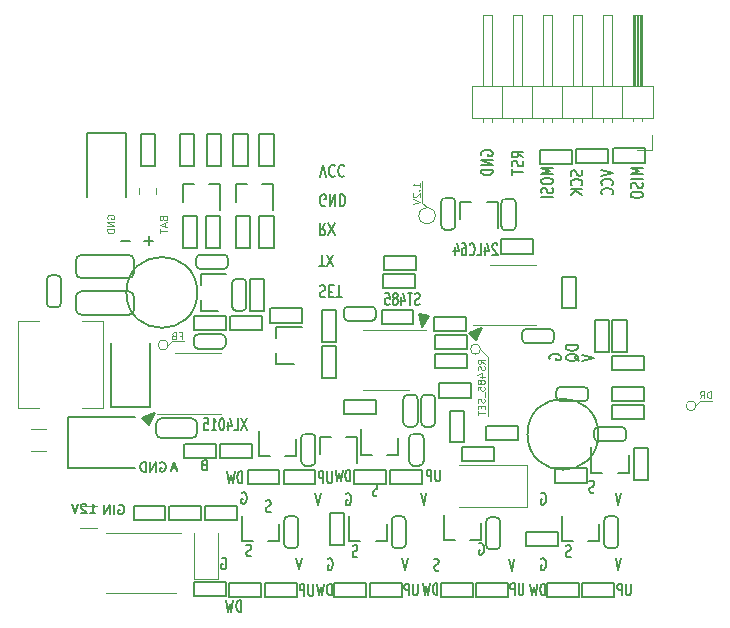
<source format=gbr>
%TF.GenerationSoftware,KiCad,Pcbnew,(6.0.7)*%
%TF.CreationDate,2022-10-03T23:56:51+03:00*%
%TF.ProjectId,hs12,68733132-2e6b-4696-9361-645f70636258,rev?*%
%TF.SameCoordinates,Original*%
%TF.FileFunction,Legend,Bot*%
%TF.FilePolarity,Positive*%
%FSLAX46Y46*%
G04 Gerber Fmt 4.6, Leading zero omitted, Abs format (unit mm)*
G04 Created by KiCad (PCBNEW (6.0.7)) date 2022-10-03 23:56:51*
%MOMM*%
%LPD*%
G01*
G04 APERTURE LIST*
%ADD10C,0.120000*%
%ADD11C,0.200000*%
%ADD12C,0.175000*%
%ADD13C,0.125000*%
%ADD14C,0.152000*%
%ADD15C,0.153000*%
G04 APERTURE END LIST*
D10*
X29200000Y24950000D02*
X30250000Y24950000D01*
X5700000Y41700000D02*
X5700000Y43500000D01*
X10624264Y29300000D02*
X11300000Y28600000D01*
X28850000Y24600000D02*
X29200000Y24950000D01*
X-15825736Y29650000D02*
G75*
G03*
X-15825736Y29650000I-424264J0D01*
G01*
D11*
X20600000Y22100000D02*
G75*
G03*
X20600000Y22100000I-3000000J0D01*
G01*
D10*
X-15500000Y29950000D02*
X-14500000Y29950000D01*
X28874264Y24500000D02*
G75*
G03*
X28874264Y24500000I-424264J0D01*
G01*
D11*
X-13359564Y34103118D02*
G75*
G03*
X-13359564Y34103118I-3000000J0D01*
G01*
D10*
X-15800000Y29650000D02*
X-15500000Y29950000D01*
X10624264Y29300000D02*
G75*
G03*
X10624264Y29300000I-424264J0D01*
G01*
X6100000Y41300000D02*
X5700000Y41700000D01*
X11300000Y28600000D02*
X11300000Y23600000D01*
D11*
X-16490476Y19700000D02*
X-16414285Y19738095D01*
X-16300000Y19738095D01*
X-16185714Y19700000D01*
X-16109523Y19623809D01*
X-16071428Y19547619D01*
X-16033333Y19395238D01*
X-16033333Y19280952D01*
X-16071428Y19128571D01*
X-16109523Y19052380D01*
X-16185714Y18976190D01*
X-16300000Y18938095D01*
X-16376190Y18938095D01*
X-16490476Y18976190D01*
X-16528571Y19014285D01*
X-16528571Y19280952D01*
X-16376190Y19280952D01*
X-16871428Y18938095D02*
X-16871428Y19738095D01*
X-17328571Y18938095D01*
X-17328571Y19738095D01*
X-17709523Y18938095D02*
X-17709523Y19738095D01*
X-17900000Y19738095D01*
X-18014285Y19700000D01*
X-18090476Y19623809D01*
X-18128571Y19547619D01*
X-18166666Y19395238D01*
X-18166666Y19280952D01*
X-18128571Y19128571D01*
X-18090476Y19052380D01*
X-18014285Y18976190D01*
X-17900000Y18938095D01*
X-17709523Y18938095D01*
D12*
X7200000Y19097619D02*
X7200000Y18288095D01*
X7166666Y18192857D01*
X7133333Y18145238D01*
X7066666Y18097619D01*
X6933333Y18097619D01*
X6866666Y18145238D01*
X6833333Y18192857D01*
X6800000Y18288095D01*
X6800000Y19097619D01*
X6466666Y18097619D02*
X6466666Y19097619D01*
X6200000Y19097619D01*
X6133333Y19050000D01*
X6100000Y19002380D01*
X6066666Y18907142D01*
X6066666Y18764285D01*
X6100000Y18669047D01*
X6133333Y18621428D01*
X6200000Y18573809D01*
X6466666Y18573809D01*
X12033333Y38152380D02*
X12000000Y38200000D01*
X11933333Y38247619D01*
X11766666Y38247619D01*
X11700000Y38200000D01*
X11666666Y38152380D01*
X11633333Y38057142D01*
X11633333Y37961904D01*
X11666666Y37819047D01*
X12066666Y37247619D01*
X11633333Y37247619D01*
X11033333Y37914285D02*
X11033333Y37247619D01*
X11200000Y38295238D02*
X11366666Y37580952D01*
X10933333Y37580952D01*
X10333333Y37247619D02*
X10666666Y37247619D01*
X10666666Y38247619D01*
X9700000Y37342857D02*
X9733333Y37295238D01*
X9833333Y37247619D01*
X9900000Y37247619D01*
X10000000Y37295238D01*
X10066666Y37390476D01*
X10100000Y37485714D01*
X10133333Y37676190D01*
X10133333Y37819047D01*
X10100000Y38009523D01*
X10066666Y38104761D01*
X10000000Y38200000D01*
X9900000Y38247619D01*
X9833333Y38247619D01*
X9733333Y38200000D01*
X9700000Y38152380D01*
X9100000Y38247619D02*
X9233333Y38247619D01*
X9300000Y38200000D01*
X9333333Y38152380D01*
X9400000Y38009523D01*
X9433333Y37819047D01*
X9433333Y37438095D01*
X9400000Y37342857D01*
X9366666Y37295238D01*
X9300000Y37247619D01*
X9166666Y37247619D01*
X9100000Y37295238D01*
X9066666Y37342857D01*
X9033333Y37438095D01*
X9033333Y37676190D01*
X9066666Y37771428D01*
X9100000Y37819047D01*
X9166666Y37866666D01*
X9300000Y37866666D01*
X9366666Y37819047D01*
X9400000Y37771428D01*
X9433333Y37676190D01*
X8433333Y37914285D02*
X8433333Y37247619D01*
X8600000Y38295238D02*
X8766666Y37580952D01*
X8333333Y37580952D01*
X-9566666Y17947619D02*
X-9566666Y18947619D01*
X-9733333Y18947619D01*
X-9833333Y18900000D01*
X-9900000Y18804761D01*
X-9933333Y18709523D01*
X-9966666Y18519047D01*
X-9966666Y18376190D01*
X-9933333Y18185714D01*
X-9900000Y18090476D01*
X-9833333Y17995238D01*
X-9733333Y17947619D01*
X-9566666Y17947619D01*
X-10200000Y18947619D02*
X-10366666Y17947619D01*
X-10500000Y18661904D01*
X-10633333Y17947619D01*
X-10800000Y18947619D01*
X22533333Y17147619D02*
X22300000Y16147619D01*
X22066666Y17147619D01*
D11*
X-12807142Y19507142D02*
X-12921428Y19469047D01*
X-12959523Y19430952D01*
X-12997619Y19354761D01*
X-12997619Y19240476D01*
X-12959523Y19164285D01*
X-12921428Y19126190D01*
X-12845238Y19088095D01*
X-12540476Y19088095D01*
X-12540476Y19888095D01*
X-12807142Y19888095D01*
X-12883333Y19850000D01*
X-12921428Y19811904D01*
X-12959523Y19735714D01*
X-12959523Y19659523D01*
X-12921428Y19583333D01*
X-12883333Y19545238D01*
X-12807142Y19507142D01*
X-12540476Y19507142D01*
D12*
X-9666666Y7047619D02*
X-9666666Y8047619D01*
X-9833333Y8047619D01*
X-9933333Y8000000D01*
X-10000000Y7904761D01*
X-10033333Y7809523D01*
X-10066666Y7619047D01*
X-10066666Y7476190D01*
X-10033333Y7285714D01*
X-10000000Y7190476D01*
X-9933333Y7095238D01*
X-9833333Y7047619D01*
X-9666666Y7047619D01*
X-10300000Y8047619D02*
X-10466666Y7047619D01*
X-10600000Y7761904D01*
X-10733333Y7047619D01*
X-10900000Y8047619D01*
X-3550000Y9397619D02*
X-3550000Y8588095D01*
X-3583333Y8492857D01*
X-3616666Y8445238D01*
X-3683333Y8397619D01*
X-3816666Y8397619D01*
X-3883333Y8445238D01*
X-3916666Y8492857D01*
X-3950000Y8588095D01*
X-3950000Y9397619D01*
X-4283333Y8397619D02*
X-4283333Y9397619D01*
X-4550000Y9397619D01*
X-4616666Y9350000D01*
X-4650000Y9302380D01*
X-4683333Y9207142D01*
X-4683333Y9064285D01*
X-4650000Y8969047D01*
X-4616666Y8921428D01*
X-4550000Y8873809D01*
X-4283333Y8873809D01*
X1900000Y16945238D02*
X1800000Y16897619D01*
X1633333Y16897619D01*
X1566666Y16945238D01*
X1533333Y16992857D01*
X1500000Y17088095D01*
X1500000Y17183333D01*
X1533333Y17278571D01*
X1566666Y17326190D01*
X1633333Y17373809D01*
X1766666Y17421428D01*
X1833333Y17469047D01*
X1866666Y17516666D01*
X1900000Y17611904D01*
X1900000Y17707142D01*
X1866666Y17802380D01*
X1833333Y17850000D01*
X1766666Y17897619D01*
X1600000Y17897619D01*
X1500000Y17850000D01*
D13*
X-16242857Y40342857D02*
X-16214285Y40257142D01*
X-16185714Y40228571D01*
X-16128571Y40200000D01*
X-16042857Y40200000D01*
X-15985714Y40228571D01*
X-15957142Y40257142D01*
X-15928571Y40314285D01*
X-15928571Y40542857D01*
X-16528571Y40542857D01*
X-16528571Y40342857D01*
X-16500000Y40285714D01*
X-16471428Y40257142D01*
X-16414285Y40228571D01*
X-16357142Y40228571D01*
X-16300000Y40257142D01*
X-16271428Y40285714D01*
X-16242857Y40342857D01*
X-16242857Y40542857D01*
X-16100000Y39971428D02*
X-16100000Y39685714D01*
X-15928571Y40028571D02*
X-16528571Y39828571D01*
X-15928571Y39628571D01*
X-16528571Y39514285D02*
X-16528571Y39171428D01*
X-15928571Y39342857D02*
X-16528571Y39342857D01*
D12*
X6033333Y17097619D02*
X5800000Y16097619D01*
X5566666Y17097619D01*
X4483333Y11597619D02*
X4250000Y10597619D01*
X4016666Y11597619D01*
D11*
X24352380Y44657142D02*
X23352380Y44657142D01*
X24066666Y44390476D01*
X23352380Y44123809D01*
X24352380Y44123809D01*
X24352380Y43742857D02*
X23352380Y43742857D01*
X24304761Y43400000D02*
X24352380Y43285714D01*
X24352380Y43095238D01*
X24304761Y43019047D01*
X24257142Y42980952D01*
X24161904Y42942857D01*
X24066666Y42942857D01*
X23971428Y42980952D01*
X23923809Y43019047D01*
X23876190Y43095238D01*
X23828571Y43247619D01*
X23780952Y43323809D01*
X23733333Y43361904D01*
X23638095Y43400000D01*
X23542857Y43400000D01*
X23447619Y43361904D01*
X23400000Y43323809D01*
X23352380Y43247619D01*
X23352380Y43057142D01*
X23400000Y42942857D01*
X23352380Y42447619D02*
X23352380Y42295238D01*
X23400000Y42219047D01*
X23495238Y42142857D01*
X23685714Y42104761D01*
X24019047Y42104761D01*
X24209523Y42142857D01*
X24304761Y42219047D01*
X24352380Y42295238D01*
X24352380Y42447619D01*
X24304761Y42523809D01*
X24209523Y42600000D01*
X24019047Y42638095D01*
X23685714Y42638095D01*
X23495238Y42600000D01*
X23400000Y42523809D01*
X23352380Y42447619D01*
X-2533333Y39952380D02*
X-2800000Y39476190D01*
X-2990476Y39952380D02*
X-2990476Y38952380D01*
X-2685714Y38952380D01*
X-2609523Y39000000D01*
X-2571428Y39047619D01*
X-2533333Y39142857D01*
X-2533333Y39285714D01*
X-2571428Y39380952D01*
X-2609523Y39428571D01*
X-2685714Y39476190D01*
X-2990476Y39476190D01*
X-2266666Y38952380D02*
X-1733333Y39952380D01*
X-1733333Y38952380D02*
X-2266666Y39952380D01*
D12*
X-1966666Y8447619D02*
X-1966666Y9447619D01*
X-2133333Y9447619D01*
X-2233333Y9400000D01*
X-2300000Y9304761D01*
X-2333333Y9209523D01*
X-2366666Y9019047D01*
X-2366666Y8876190D01*
X-2333333Y8685714D01*
X-2300000Y8590476D01*
X-2233333Y8495238D01*
X-2133333Y8447619D01*
X-1966666Y8447619D01*
X-2600000Y9447619D02*
X-2766666Y8447619D01*
X-2900000Y9161904D01*
X-3033333Y8447619D01*
X-3200000Y9447619D01*
D11*
X16752380Y44657142D02*
X15752380Y44657142D01*
X16466666Y44390476D01*
X15752380Y44123809D01*
X16752380Y44123809D01*
X15752380Y43590476D02*
X15752380Y43438095D01*
X15800000Y43361904D01*
X15895238Y43285714D01*
X16085714Y43247619D01*
X16419047Y43247619D01*
X16609523Y43285714D01*
X16704761Y43361904D01*
X16752380Y43438095D01*
X16752380Y43590476D01*
X16704761Y43666666D01*
X16609523Y43742857D01*
X16419047Y43780952D01*
X16085714Y43780952D01*
X15895238Y43742857D01*
X15800000Y43666666D01*
X15752380Y43590476D01*
X16704761Y42942857D02*
X16752380Y42828571D01*
X16752380Y42638095D01*
X16704761Y42561904D01*
X16657142Y42523809D01*
X16561904Y42485714D01*
X16466666Y42485714D01*
X16371428Y42523809D01*
X16323809Y42561904D01*
X16276190Y42638095D01*
X16228571Y42790476D01*
X16180952Y42866666D01*
X16133333Y42904761D01*
X16038095Y42942857D01*
X15942857Y42942857D01*
X15847619Y42904761D01*
X15800000Y42866666D01*
X15752380Y42790476D01*
X15752380Y42600000D01*
X15800000Y42485714D01*
X16752380Y42142857D02*
X15752380Y42142857D01*
D12*
X18250000Y11745238D02*
X18150000Y11697619D01*
X17983333Y11697619D01*
X17916666Y11745238D01*
X17883333Y11792857D01*
X17850000Y11888095D01*
X17850000Y11983333D01*
X17883333Y12078571D01*
X17916666Y12126190D01*
X17983333Y12173809D01*
X18116666Y12221428D01*
X18183333Y12269047D01*
X18216666Y12316666D01*
X18250000Y12411904D01*
X18250000Y12507142D01*
X18216666Y12602380D01*
X18183333Y12650000D01*
X18116666Y12697619D01*
X17950000Y12697619D01*
X17850000Y12650000D01*
D11*
X-17830952Y38471428D02*
X-17069047Y38471428D01*
X-17450000Y38852380D02*
X-17450000Y38090476D01*
D13*
X5471428Y43014285D02*
X5471428Y43357142D01*
X5471428Y43185714D02*
X4871428Y43185714D01*
X4957142Y43242857D01*
X5014285Y43300000D01*
X5042857Y43357142D01*
X5414285Y42757142D02*
X5442857Y42728571D01*
X5471428Y42757142D01*
X5442857Y42785714D01*
X5414285Y42757142D01*
X5471428Y42757142D01*
X4928571Y42500000D02*
X4900000Y42471428D01*
X4871428Y42414285D01*
X4871428Y42271428D01*
X4900000Y42214285D01*
X4928571Y42185714D01*
X4985714Y42157142D01*
X5042857Y42157142D01*
X5128571Y42185714D01*
X5471428Y42528571D01*
X5471428Y42157142D01*
X4871428Y41985714D02*
X5471428Y41785714D01*
X4871428Y41585714D01*
D12*
X5300000Y9447619D02*
X5300000Y8638095D01*
X5266666Y8542857D01*
X5233333Y8495238D01*
X5166666Y8447619D01*
X5033333Y8447619D01*
X4966666Y8495238D01*
X4933333Y8542857D01*
X4900000Y8638095D01*
X4900000Y9447619D01*
X4566666Y8447619D02*
X4566666Y9447619D01*
X4300000Y9447619D01*
X4233333Y9400000D01*
X4200000Y9352380D01*
X4166666Y9257142D01*
X4166666Y9114285D01*
X4200000Y9019047D01*
X4233333Y8971428D01*
X4300000Y8923809D01*
X4566666Y8923809D01*
D11*
X-3009523Y36302380D02*
X-2552380Y36302380D01*
X-2780952Y37302380D02*
X-2780952Y36302380D01*
X-2361904Y36302380D02*
X-1828571Y37302380D01*
X-1828571Y36302380D02*
X-2361904Y37302380D01*
D12*
X6983333Y8497619D02*
X6983333Y9497619D01*
X6816666Y9497619D01*
X6716666Y9450000D01*
X6650000Y9354761D01*
X6616666Y9259523D01*
X6583333Y9069047D01*
X6583333Y8926190D01*
X6616666Y8735714D01*
X6650000Y8640476D01*
X6716666Y8545238D01*
X6816666Y8497619D01*
X6983333Y8497619D01*
X6350000Y9497619D02*
X6183333Y8497619D01*
X6050000Y9211904D01*
X5916666Y8497619D01*
X5750000Y9497619D01*
D11*
X14252380Y45535413D02*
X13776190Y45802079D01*
X14252380Y45992556D02*
X13252380Y45992556D01*
X13252380Y45687794D01*
X13300000Y45611603D01*
X13347619Y45573508D01*
X13442857Y45535413D01*
X13585714Y45535413D01*
X13680952Y45573508D01*
X13728571Y45611603D01*
X13776190Y45687794D01*
X13776190Y45992556D01*
X14204761Y45230651D02*
X14252380Y45116365D01*
X14252380Y44925889D01*
X14204761Y44849698D01*
X14157142Y44811603D01*
X14061904Y44773508D01*
X13966666Y44773508D01*
X13871428Y44811603D01*
X13823809Y44849698D01*
X13776190Y44925889D01*
X13728571Y45078270D01*
X13680952Y45154460D01*
X13633333Y45192556D01*
X13538095Y45230651D01*
X13442857Y45230651D01*
X13347619Y45192556D01*
X13300000Y45154460D01*
X13252380Y45078270D01*
X13252380Y44887794D01*
X13300000Y44773508D01*
X13252380Y44544937D02*
X13252380Y44087794D01*
X14252380Y44316365D02*
X13252380Y44316365D01*
X10700000Y45709523D02*
X10652380Y45785714D01*
X10652380Y45900000D01*
X10700000Y46014285D01*
X10795238Y46090476D01*
X10890476Y46128571D01*
X11080952Y46166666D01*
X11223809Y46166666D01*
X11414285Y46128571D01*
X11509523Y46090476D01*
X11604761Y46014285D01*
X11652380Y45900000D01*
X11652380Y45823809D01*
X11604761Y45709523D01*
X11557142Y45671428D01*
X11223809Y45671428D01*
X11223809Y45823809D01*
X11652380Y45328571D02*
X10652380Y45328571D01*
X11652380Y44871428D01*
X10652380Y44871428D01*
X11652380Y44490476D02*
X10652380Y44490476D01*
X10652380Y44300000D01*
X10700000Y44185714D01*
X10795238Y44109523D01*
X10890476Y44071428D01*
X11080952Y44033333D01*
X11223809Y44033333D01*
X11414285Y44071428D01*
X11509523Y44109523D01*
X11604761Y44185714D01*
X11652380Y44300000D01*
X11652380Y44490476D01*
X18852380Y29628571D02*
X17852380Y29628571D01*
X17852380Y29438095D01*
X17900000Y29323809D01*
X17995238Y29247619D01*
X18090476Y29209523D01*
X18280952Y29171428D01*
X18423809Y29171428D01*
X18614285Y29209523D01*
X18709523Y29247619D01*
X18804761Y29323809D01*
X18852380Y29438095D01*
X18852380Y29628571D01*
X18947619Y28295238D02*
X18900000Y28371428D01*
X18804761Y28447619D01*
X18661904Y28561904D01*
X18614285Y28638095D01*
X18614285Y28714285D01*
X18852380Y28676190D02*
X18804761Y28752380D01*
X18709523Y28828571D01*
X18519047Y28866666D01*
X18185714Y28866666D01*
X17995238Y28828571D01*
X17900000Y28752380D01*
X17852380Y28676190D01*
X17852380Y28523809D01*
X17900000Y28447619D01*
X17995238Y28371428D01*
X18185714Y28333333D01*
X18519047Y28333333D01*
X18709523Y28371428D01*
X18804761Y28447619D01*
X18852380Y28523809D01*
X18852380Y28676190D01*
D12*
X-4516666Y11647619D02*
X-4750000Y10647619D01*
X-4983333Y11647619D01*
X-9150000Y23447619D02*
X-9616666Y22447619D01*
X-9616666Y23447619D02*
X-9150000Y22447619D01*
X-10216666Y22447619D02*
X-9883333Y22447619D01*
X-9883333Y23447619D01*
X-10750000Y23114285D02*
X-10750000Y22447619D01*
X-10583333Y23495238D02*
X-10416666Y22780952D01*
X-10850000Y22780952D01*
X-11250000Y23447619D02*
X-11316666Y23447619D01*
X-11383333Y23400000D01*
X-11416666Y23352380D01*
X-11450000Y23257142D01*
X-11483333Y23066666D01*
X-11483333Y22828571D01*
X-11450000Y22638095D01*
X-11416666Y22542857D01*
X-11383333Y22495238D01*
X-11316666Y22447619D01*
X-11250000Y22447619D01*
X-11183333Y22495238D01*
X-11150000Y22542857D01*
X-11116666Y22638095D01*
X-11083333Y22828571D01*
X-11083333Y23066666D01*
X-11116666Y23257142D01*
X-11150000Y23352380D01*
X-11183333Y23400000D01*
X-11250000Y23447619D01*
X-12149999Y22447619D02*
X-11749999Y22447619D01*
X-11949999Y22447619D02*
X-11949999Y23447619D01*
X-11883333Y23304761D01*
X-11816666Y23209523D01*
X-11749999Y23161904D01*
X-12783333Y23447619D02*
X-12449999Y23447619D01*
X-12416666Y22971428D01*
X-12449999Y23019047D01*
X-12516666Y23066666D01*
X-12683333Y23066666D01*
X-12749999Y23019047D01*
X-12783333Y22971428D01*
X-12816666Y22876190D01*
X-12816666Y22638095D01*
X-12783333Y22542857D01*
X-12749999Y22495238D01*
X-12683333Y22447619D01*
X-12516666Y22447619D01*
X-12449999Y22495238D01*
X-12416666Y22542857D01*
D11*
X-2509523Y41450000D02*
X-2585714Y41402380D01*
X-2700000Y41402380D01*
X-2814285Y41450000D01*
X-2890476Y41545238D01*
X-2928571Y41640476D01*
X-2966666Y41830952D01*
X-2966666Y41973809D01*
X-2928571Y42164285D01*
X-2890476Y42259523D01*
X-2814285Y42354761D01*
X-2700000Y42402380D01*
X-2623809Y42402380D01*
X-2509523Y42354761D01*
X-2471428Y42307142D01*
X-2471428Y41973809D01*
X-2623809Y41973809D01*
X-2128571Y42402380D02*
X-2128571Y41402380D01*
X-1671428Y42402380D01*
X-1671428Y41402380D01*
X-1290476Y42402380D02*
X-1290476Y41402380D01*
X-1100000Y41402380D01*
X-985714Y41450000D01*
X-909523Y41545238D01*
X-871428Y41640476D01*
X-833333Y41830952D01*
X-833333Y41973809D01*
X-871428Y42164285D01*
X-909523Y42259523D01*
X-985714Y42354761D01*
X-1100000Y42402380D01*
X-1290476Y42402380D01*
D12*
X22533333Y11597619D02*
X22300000Y10597619D01*
X22066666Y11597619D01*
X-7150000Y15545238D02*
X-7250000Y15497619D01*
X-7416666Y15497619D01*
X-7483333Y15545238D01*
X-7516666Y15592857D01*
X-7550000Y15688095D01*
X-7550000Y15783333D01*
X-7516666Y15878571D01*
X-7483333Y15926190D01*
X-7416666Y15973809D01*
X-7283333Y16021428D01*
X-7216666Y16069047D01*
X-7183333Y16116666D01*
X-7150000Y16211904D01*
X-7150000Y16307142D01*
X-7183333Y16402380D01*
X-7216666Y16450000D01*
X-7283333Y16497619D01*
X-7450000Y16497619D01*
X-7550000Y16450000D01*
X-733333Y17050000D02*
X-666666Y17097619D01*
X-566666Y17097619D01*
X-466666Y17050000D01*
X-400000Y16954761D01*
X-366666Y16859523D01*
X-333333Y16669047D01*
X-333333Y16526190D01*
X-366666Y16335714D01*
X-400000Y16240476D01*
X-466666Y16145238D01*
X-566666Y16097619D01*
X-633333Y16097619D01*
X-733333Y16145238D01*
X-766666Y16192857D01*
X-766666Y16526190D01*
X-633333Y16526190D01*
X-9583333Y17150000D02*
X-9516666Y17197619D01*
X-9416666Y17197619D01*
X-9316666Y17150000D01*
X-9250000Y17054761D01*
X-9216666Y16959523D01*
X-9183333Y16769047D01*
X-9183333Y16626190D01*
X-9216666Y16435714D01*
X-9250000Y16340476D01*
X-9316666Y16245238D01*
X-9416666Y16197619D01*
X-9483333Y16197619D01*
X-9583333Y16245238D01*
X-9616666Y16292857D01*
X-9616666Y16626190D01*
X-9483333Y16626190D01*
D11*
X-20000000Y16100000D02*
X-19923809Y16138095D01*
X-19809523Y16138095D01*
X-19695238Y16100000D01*
X-19619047Y16023809D01*
X-19580952Y15947619D01*
X-19542857Y15795238D01*
X-19542857Y15680952D01*
X-19580952Y15528571D01*
X-19619047Y15452380D01*
X-19695238Y15376190D01*
X-19809523Y15338095D01*
X-19885714Y15338095D01*
X-20000000Y15376190D01*
X-20038095Y15414285D01*
X-20038095Y15680952D01*
X-19885714Y15680952D01*
X-20380952Y15338095D02*
X-20380952Y16138095D01*
X-20761904Y15338095D02*
X-20761904Y16138095D01*
X-21219047Y15338095D01*
X-21219047Y16138095D01*
X19252380Y28816666D02*
X20252380Y28550000D01*
X19252380Y28283333D01*
D13*
X10971428Y28071428D02*
X10685714Y28271428D01*
X10971428Y28414285D02*
X10371428Y28414285D01*
X10371428Y28185714D01*
X10400000Y28128571D01*
X10428571Y28100000D01*
X10485714Y28071428D01*
X10571428Y28071428D01*
X10628571Y28100000D01*
X10657142Y28128571D01*
X10685714Y28185714D01*
X10685714Y28414285D01*
X10942857Y27842857D02*
X10971428Y27757142D01*
X10971428Y27614285D01*
X10942857Y27557142D01*
X10914285Y27528571D01*
X10857142Y27500000D01*
X10800000Y27500000D01*
X10742857Y27528571D01*
X10714285Y27557142D01*
X10685714Y27614285D01*
X10657142Y27728571D01*
X10628571Y27785714D01*
X10600000Y27814285D01*
X10542857Y27842857D01*
X10485714Y27842857D01*
X10428571Y27814285D01*
X10400000Y27785714D01*
X10371428Y27728571D01*
X10371428Y27585714D01*
X10400000Y27500000D01*
X10571428Y26985714D02*
X10971428Y26985714D01*
X10342857Y27128571D02*
X10771428Y27271428D01*
X10771428Y26900000D01*
X10628571Y26585714D02*
X10600000Y26642857D01*
X10571428Y26671428D01*
X10514285Y26700000D01*
X10485714Y26700000D01*
X10428571Y26671428D01*
X10400000Y26642857D01*
X10371428Y26585714D01*
X10371428Y26471428D01*
X10400000Y26414285D01*
X10428571Y26385714D01*
X10485714Y26357142D01*
X10514285Y26357142D01*
X10571428Y26385714D01*
X10600000Y26414285D01*
X10628571Y26471428D01*
X10628571Y26585714D01*
X10657142Y26642857D01*
X10685714Y26671428D01*
X10742857Y26700000D01*
X10857142Y26700000D01*
X10914285Y26671428D01*
X10942857Y26642857D01*
X10971428Y26585714D01*
X10971428Y26471428D01*
X10942857Y26414285D01*
X10914285Y26385714D01*
X10857142Y26357142D01*
X10742857Y26357142D01*
X10685714Y26385714D01*
X10657142Y26414285D01*
X10628571Y26471428D01*
X10371428Y25814285D02*
X10371428Y26100000D01*
X10657142Y26128571D01*
X10628571Y26100000D01*
X10600000Y26042857D01*
X10600000Y25900000D01*
X10628571Y25842857D01*
X10657142Y25814285D01*
X10714285Y25785714D01*
X10857142Y25785714D01*
X10914285Y25814285D01*
X10942857Y25842857D01*
X10971428Y25900000D01*
X10971428Y26042857D01*
X10942857Y26100000D01*
X10914285Y26128571D01*
X11028571Y25671428D02*
X11028571Y25214285D01*
X10942857Y25100000D02*
X10971428Y25014285D01*
X10971428Y24871428D01*
X10942857Y24814285D01*
X10914285Y24785714D01*
X10857142Y24757142D01*
X10800000Y24757142D01*
X10742857Y24785714D01*
X10714285Y24814285D01*
X10685714Y24871428D01*
X10657142Y24985714D01*
X10628571Y25042857D01*
X10600000Y25071428D01*
X10542857Y25100000D01*
X10485714Y25100000D01*
X10428571Y25071428D01*
X10400000Y25042857D01*
X10371428Y24985714D01*
X10371428Y24842857D01*
X10400000Y24757142D01*
X10657142Y24500000D02*
X10657142Y24300000D01*
X10971428Y24214285D02*
X10971428Y24500000D01*
X10371428Y24500000D01*
X10371428Y24214285D01*
X10371428Y24042857D02*
X10371428Y23700000D01*
X10971428Y23871428D02*
X10371428Y23871428D01*
D12*
X10516666Y12850000D02*
X10583333Y12897619D01*
X10683333Y12897619D01*
X10783333Y12850000D01*
X10850000Y12754761D01*
X10883333Y12659523D01*
X10916666Y12469047D01*
X10916666Y12326190D01*
X10883333Y12135714D01*
X10850000Y12040476D01*
X10783333Y11945238D01*
X10683333Y11897619D01*
X10616666Y11897619D01*
X10516666Y11945238D01*
X10483333Y11992857D01*
X10483333Y12326190D01*
X10616666Y12326190D01*
D11*
X-15109523Y19216666D02*
X-15490476Y19216666D01*
X-15033333Y18988095D02*
X-15300000Y19788095D01*
X-15566666Y18988095D01*
D12*
X-8800000Y11795238D02*
X-8900000Y11747619D01*
X-9066666Y11747619D01*
X-9133333Y11795238D01*
X-9166666Y11842857D01*
X-9200000Y11938095D01*
X-9200000Y12033333D01*
X-9166666Y12128571D01*
X-9133333Y12176190D01*
X-9066666Y12223809D01*
X-8933333Y12271428D01*
X-8866666Y12319047D01*
X-8833333Y12366666D01*
X-8800000Y12461904D01*
X-8800000Y12557142D01*
X-8833333Y12652380D01*
X-8866666Y12700000D01*
X-8933333Y12747619D01*
X-9100000Y12747619D01*
X-9200000Y12700000D01*
D11*
X-2995238Y34654761D02*
X-2880952Y34702380D01*
X-2690476Y34702380D01*
X-2614285Y34654761D01*
X-2576190Y34607142D01*
X-2538095Y34511904D01*
X-2538095Y34416666D01*
X-2576190Y34321428D01*
X-2614285Y34273809D01*
X-2690476Y34226190D01*
X-2842857Y34178571D01*
X-2919047Y34130952D01*
X-2957142Y34083333D01*
X-2995238Y33988095D01*
X-2995238Y33892857D01*
X-2957142Y33797619D01*
X-2919047Y33750000D01*
X-2842857Y33702380D01*
X-2652380Y33702380D01*
X-2538095Y33750000D01*
X-2195238Y34178571D02*
X-1928571Y34178571D01*
X-1814285Y34702380D02*
X-2195238Y34702380D01*
X-2195238Y33702380D01*
X-1814285Y33702380D01*
X-1585714Y33702380D02*
X-1128571Y33702380D01*
X-1357142Y34702380D02*
X-1357142Y33702380D01*
X16500000Y28440476D02*
X16452380Y28516666D01*
X16452380Y28630952D01*
X16500000Y28745238D01*
X16595238Y28821428D01*
X16690476Y28859523D01*
X16880952Y28897619D01*
X17023809Y28897619D01*
X17214285Y28859523D01*
X17309523Y28821428D01*
X17404761Y28745238D01*
X17452380Y28630952D01*
X17452380Y28554761D01*
X17404761Y28440476D01*
X17357142Y28402380D01*
X17023809Y28402380D01*
X17023809Y28554761D01*
D12*
X13483333Y11497619D02*
X13250000Y10497619D01*
X13016666Y11497619D01*
X14250000Y9497619D02*
X14250000Y8688095D01*
X14216666Y8592857D01*
X14183333Y8545238D01*
X14116666Y8497619D01*
X13983333Y8497619D01*
X13916666Y8545238D01*
X13883333Y8592857D01*
X13850000Y8688095D01*
X13850000Y9497619D01*
X13516666Y8497619D02*
X13516666Y9497619D01*
X13250000Y9497619D01*
X13183333Y9450000D01*
X13150000Y9402380D01*
X13116666Y9307142D01*
X13116666Y9164285D01*
X13150000Y9069047D01*
X13183333Y9021428D01*
X13250000Y8973809D01*
X13516666Y8973809D01*
X7100000Y10595238D02*
X7000000Y10547619D01*
X6833333Y10547619D01*
X6766666Y10595238D01*
X6733333Y10642857D01*
X6700000Y10738095D01*
X6700000Y10833333D01*
X6733333Y10928571D01*
X6766666Y10976190D01*
X6833333Y11023809D01*
X6966666Y11071428D01*
X7033333Y11119047D01*
X7066666Y11166666D01*
X7100000Y11261904D01*
X7100000Y11357142D01*
X7066666Y11452380D01*
X7033333Y11500000D01*
X6966666Y11547619D01*
X6800000Y11547619D01*
X6700000Y11500000D01*
X23350000Y9447619D02*
X23350000Y8638095D01*
X23316666Y8542857D01*
X23283333Y8495238D01*
X23216666Y8447619D01*
X23083333Y8447619D01*
X23016666Y8495238D01*
X22983333Y8542857D01*
X22950000Y8638095D01*
X22950000Y9447619D01*
X22616666Y8447619D02*
X22616666Y9447619D01*
X22350000Y9447619D01*
X22283333Y9400000D01*
X22250000Y9352380D01*
X22216666Y9257142D01*
X22216666Y9114285D01*
X22250000Y9019047D01*
X22283333Y8971428D01*
X22350000Y8923809D01*
X22616666Y8923809D01*
X15766666Y11550000D02*
X15833333Y11597619D01*
X15933333Y11597619D01*
X16033333Y11550000D01*
X16100000Y11454761D01*
X16133333Y11359523D01*
X16166666Y11169047D01*
X16166666Y11026190D01*
X16133333Y10835714D01*
X16100000Y10740476D01*
X16033333Y10645238D01*
X15933333Y10597619D01*
X15866666Y10597619D01*
X15766666Y10645238D01*
X15733333Y10692857D01*
X15733333Y11026190D01*
X15866666Y11026190D01*
X5466666Y33095238D02*
X5366666Y33047619D01*
X5200000Y33047619D01*
X5133333Y33095238D01*
X5100000Y33142857D01*
X5066666Y33238095D01*
X5066666Y33333333D01*
X5100000Y33428571D01*
X5133333Y33476190D01*
X5200000Y33523809D01*
X5333333Y33571428D01*
X5400000Y33619047D01*
X5433333Y33666666D01*
X5466666Y33761904D01*
X5466666Y33857142D01*
X5433333Y33952380D01*
X5400000Y34000000D01*
X5333333Y34047619D01*
X5166666Y34047619D01*
X5066666Y34000000D01*
X4866666Y34047619D02*
X4466666Y34047619D01*
X4666666Y33047619D02*
X4666666Y34047619D01*
X3933333Y33714285D02*
X3933333Y33047619D01*
X4100000Y34095238D02*
X4266666Y33380952D01*
X3833333Y33380952D01*
X3466666Y33619047D02*
X3533333Y33666666D01*
X3566666Y33714285D01*
X3600000Y33809523D01*
X3600000Y33857142D01*
X3566666Y33952380D01*
X3533333Y34000000D01*
X3466666Y34047619D01*
X3333333Y34047619D01*
X3266666Y34000000D01*
X3233333Y33952380D01*
X3200000Y33857142D01*
X3200000Y33809523D01*
X3233333Y33714285D01*
X3266666Y33666666D01*
X3333333Y33619047D01*
X3466666Y33619047D01*
X3533333Y33571428D01*
X3566666Y33523809D01*
X3600000Y33428571D01*
X3600000Y33238095D01*
X3566666Y33142857D01*
X3533333Y33095238D01*
X3466666Y33047619D01*
X3333333Y33047619D01*
X3266666Y33095238D01*
X3233333Y33142857D01*
X3200000Y33238095D01*
X3200000Y33428571D01*
X3233333Y33523809D01*
X3266666Y33571428D01*
X3333333Y33619047D01*
X2566666Y34047619D02*
X2900000Y34047619D01*
X2933333Y33571428D01*
X2900000Y33619047D01*
X2833333Y33666666D01*
X2666666Y33666666D01*
X2600000Y33619047D01*
X2566666Y33571428D01*
X2533333Y33476190D01*
X2533333Y33238095D01*
X2566666Y33142857D01*
X2600000Y33095238D01*
X2666666Y33047619D01*
X2833333Y33047619D01*
X2900000Y33095238D01*
X2933333Y33142857D01*
D11*
X19204761Y44428571D02*
X19252380Y44314285D01*
X19252380Y44123809D01*
X19204761Y44047619D01*
X19157142Y44009523D01*
X19061904Y43971428D01*
X18966666Y43971428D01*
X18871428Y44009523D01*
X18823809Y44047619D01*
X18776190Y44123809D01*
X18728571Y44276190D01*
X18680952Y44352380D01*
X18633333Y44390476D01*
X18538095Y44428571D01*
X18442857Y44428571D01*
X18347619Y44390476D01*
X18300000Y44352380D01*
X18252380Y44276190D01*
X18252380Y44085714D01*
X18300000Y43971428D01*
X19157142Y43171428D02*
X19204761Y43209523D01*
X19252380Y43323809D01*
X19252380Y43400000D01*
X19204761Y43514285D01*
X19109523Y43590476D01*
X19014285Y43628571D01*
X18823809Y43666666D01*
X18680952Y43666666D01*
X18490476Y43628571D01*
X18395238Y43590476D01*
X18300000Y43514285D01*
X18252380Y43400000D01*
X18252380Y43323809D01*
X18300000Y43209523D01*
X18347619Y43171428D01*
X19252380Y42828571D02*
X18252380Y42828571D01*
X19252380Y42371428D02*
X18680952Y42714285D01*
X18252380Y42371428D02*
X18823809Y42828571D01*
D12*
X16083333Y8447619D02*
X16083333Y9447619D01*
X15916666Y9447619D01*
X15816666Y9400000D01*
X15750000Y9304761D01*
X15716666Y9209523D01*
X15683333Y9019047D01*
X15683333Y8876190D01*
X15716666Y8685714D01*
X15750000Y8590476D01*
X15816666Y8495238D01*
X15916666Y8447619D01*
X16083333Y8447619D01*
X15450000Y9447619D02*
X15283333Y8447619D01*
X15150000Y9161904D01*
X15016666Y8447619D01*
X14850000Y9447619D01*
D11*
X-22454761Y15388095D02*
X-21997619Y15388095D01*
X-22226190Y15388095D02*
X-22226190Y16188095D01*
X-22150000Y16073809D01*
X-22073809Y15997619D01*
X-21997619Y15959523D01*
X-22759523Y16111904D02*
X-22797619Y16150000D01*
X-22873809Y16188095D01*
X-23064285Y16188095D01*
X-23140476Y16150000D01*
X-23178571Y16111904D01*
X-23216666Y16035714D01*
X-23216666Y15959523D01*
X-23178571Y15845238D01*
X-22721428Y15388095D01*
X-23216666Y15388095D01*
X-23445238Y16188095D02*
X-23711904Y15388095D01*
X-23978571Y16188095D01*
D12*
X-2283333Y11550000D02*
X-2216666Y11597619D01*
X-2116666Y11597619D01*
X-2016666Y11550000D01*
X-1950000Y11454761D01*
X-1916666Y11359523D01*
X-1883333Y11169047D01*
X-1883333Y11026190D01*
X-1916666Y10835714D01*
X-1950000Y10740476D01*
X-2016666Y10645238D01*
X-2116666Y10597619D01*
X-2183333Y10597619D01*
X-2283333Y10645238D01*
X-2316666Y10692857D01*
X-2316666Y11026190D01*
X-2183333Y11026190D01*
D11*
X20852380Y44466666D02*
X21852380Y44200000D01*
X20852380Y43933333D01*
X21757142Y43209523D02*
X21804761Y43247619D01*
X21852380Y43361904D01*
X21852380Y43438095D01*
X21804761Y43552380D01*
X21709523Y43628571D01*
X21614285Y43666666D01*
X21423809Y43704761D01*
X21280952Y43704761D01*
X21090476Y43666666D01*
X20995238Y43628571D01*
X20900000Y43552380D01*
X20852380Y43438095D01*
X20852380Y43361904D01*
X20900000Y43247619D01*
X20947619Y43209523D01*
X21757142Y42409523D02*
X21804761Y42447619D01*
X21852380Y42561904D01*
X21852380Y42638095D01*
X21804761Y42752380D01*
X21709523Y42828571D01*
X21614285Y42866666D01*
X21423809Y42904761D01*
X21280952Y42904761D01*
X21090476Y42866666D01*
X20995238Y42828571D01*
X20900000Y42752380D01*
X20852380Y42638095D01*
X20852380Y42561904D01*
X20900000Y42447619D01*
X20947619Y42409523D01*
D13*
X-14835714Y30442857D02*
X-14635714Y30442857D01*
X-14635714Y30128571D02*
X-14635714Y30728571D01*
X-14921428Y30728571D01*
X-15350000Y30442857D02*
X-15435714Y30414285D01*
X-15464285Y30385714D01*
X-15492857Y30328571D01*
X-15492857Y30242857D01*
X-15464285Y30185714D01*
X-15435714Y30157142D01*
X-15378571Y30128571D01*
X-15150000Y30128571D01*
X-15150000Y30728571D01*
X-15350000Y30728571D01*
X-15407142Y30700000D01*
X-15435714Y30671428D01*
X-15464285Y30614285D01*
X-15464285Y30557142D01*
X-15435714Y30500000D01*
X-15407142Y30471428D01*
X-15350000Y30442857D01*
X-15150000Y30442857D01*
X-20950000Y40357142D02*
X-20978571Y40414285D01*
X-20978571Y40500000D01*
X-20950000Y40585714D01*
X-20892857Y40642857D01*
X-20835714Y40671428D01*
X-20721428Y40700000D01*
X-20635714Y40700000D01*
X-20521428Y40671428D01*
X-20464285Y40642857D01*
X-20407142Y40585714D01*
X-20378571Y40500000D01*
X-20378571Y40442857D01*
X-20407142Y40357142D01*
X-20435714Y40328571D01*
X-20635714Y40328571D01*
X-20635714Y40442857D01*
X-20378571Y40071428D02*
X-20978571Y40071428D01*
X-20378571Y39728571D01*
X-20978571Y39728571D01*
X-20378571Y39442857D02*
X-20978571Y39442857D01*
X-20978571Y39300000D01*
X-20950000Y39214285D01*
X-20892857Y39157142D01*
X-20835714Y39128571D01*
X-20721428Y39100000D01*
X-20635714Y39100000D01*
X-20521428Y39128571D01*
X-20464285Y39157142D01*
X-20407142Y39214285D01*
X-20378571Y39300000D01*
X-20378571Y39442857D01*
D12*
X-1950000Y18947619D02*
X-1950000Y18138095D01*
X-1983333Y18042857D01*
X-2016666Y17995238D01*
X-2083333Y17947619D01*
X-2216666Y17947619D01*
X-2283333Y17995238D01*
X-2316666Y18042857D01*
X-2350000Y18138095D01*
X-2350000Y18947619D01*
X-2683333Y17947619D02*
X-2683333Y18947619D01*
X-2950000Y18947619D01*
X-3016666Y18900000D01*
X-3050000Y18852380D01*
X-3083333Y18757142D01*
X-3083333Y18614285D01*
X-3050000Y18519047D01*
X-3016666Y18471428D01*
X-2950000Y18423809D01*
X-2683333Y18423809D01*
D11*
X-19833601Y38466514D02*
X-19071696Y38466514D01*
D12*
X15766666Y17100000D02*
X15833333Y17147619D01*
X15933333Y17147619D01*
X16033333Y17100000D01*
X16100000Y17004761D01*
X16133333Y16909523D01*
X16166666Y16719047D01*
X16166666Y16576190D01*
X16133333Y16385714D01*
X16100000Y16290476D01*
X16033333Y16195238D01*
X15933333Y16147619D01*
X15866666Y16147619D01*
X15766666Y16195238D01*
X15733333Y16242857D01*
X15733333Y16576190D01*
X15866666Y16576190D01*
X-2916666Y17097619D02*
X-3150000Y16097619D01*
X-3383333Y17097619D01*
D13*
X30157142Y25128571D02*
X30157142Y25728571D01*
X30014285Y25728571D01*
X29928571Y25700000D01*
X29871428Y25642857D01*
X29842857Y25585714D01*
X29814285Y25471428D01*
X29814285Y25385714D01*
X29842857Y25271428D01*
X29871428Y25214285D01*
X29928571Y25157142D01*
X30014285Y25128571D01*
X30157142Y25128571D01*
X29214285Y25128571D02*
X29414285Y25414285D01*
X29557142Y25128571D02*
X29557142Y25728571D01*
X29328571Y25728571D01*
X29271428Y25700000D01*
X29242857Y25671428D01*
X29214285Y25614285D01*
X29214285Y25528571D01*
X29242857Y25471428D01*
X29271428Y25442857D01*
X29328571Y25414285D01*
X29557142Y25414285D01*
D12*
X-416666Y18097619D02*
X-416666Y19097619D01*
X-583333Y19097619D01*
X-683333Y19050000D01*
X-750000Y18954761D01*
X-783333Y18859523D01*
X-816666Y18669047D01*
X-816666Y18526190D01*
X-783333Y18335714D01*
X-750000Y18240476D01*
X-683333Y18145238D01*
X-583333Y18097619D01*
X-416666Y18097619D01*
X-1050000Y19097619D02*
X-1216666Y18097619D01*
X-1350000Y18811904D01*
X-1483333Y18097619D01*
X-1650000Y19097619D01*
D11*
X-2966666Y43902380D02*
X-2700000Y44902380D01*
X-2433333Y43902380D01*
X-1709523Y44807142D02*
X-1747619Y44854761D01*
X-1861904Y44902380D01*
X-1938095Y44902380D01*
X-2052380Y44854761D01*
X-2128571Y44759523D01*
X-2166666Y44664285D01*
X-2204761Y44473809D01*
X-2204761Y44330952D01*
X-2166666Y44140476D01*
X-2128571Y44045238D01*
X-2052380Y43950000D01*
X-1938095Y43902380D01*
X-1861904Y43902380D01*
X-1747619Y43950000D01*
X-1709523Y43997619D01*
X-909523Y44807142D02*
X-947619Y44854761D01*
X-1061904Y44902380D01*
X-1138095Y44902380D01*
X-1252380Y44854761D01*
X-1328571Y44759523D01*
X-1366666Y44664285D01*
X-1404761Y44473809D01*
X-1404761Y44330952D01*
X-1366666Y44140476D01*
X-1328571Y44045238D01*
X-1252380Y43950000D01*
X-1138095Y43902380D01*
X-1061904Y43902380D01*
X-947619Y43950000D01*
X-909523Y43997619D01*
D12*
X20250000Y17195238D02*
X20150000Y17147619D01*
X19983333Y17147619D01*
X19916666Y17195238D01*
X19883333Y17242857D01*
X19850000Y17338095D01*
X19850000Y17433333D01*
X19883333Y17528571D01*
X19916666Y17576190D01*
X19983333Y17623809D01*
X20116666Y17671428D01*
X20183333Y17719047D01*
X20216666Y17766666D01*
X20250000Y17861904D01*
X20250000Y17957142D01*
X20216666Y18052380D01*
X20183333Y18100000D01*
X20116666Y18147619D01*
X19950000Y18147619D01*
X19850000Y18100000D01*
X199999Y11745238D02*
X100000Y11697619D01*
X-66666Y11697619D01*
X-133333Y11745238D01*
X-166666Y11792857D01*
X-199999Y11888095D01*
X-199999Y11983333D01*
X-166666Y12078571D01*
X-133333Y12126190D01*
X-66666Y12173809D01*
X66666Y12221428D01*
X133333Y12269047D01*
X166666Y12316666D01*
X199999Y12411904D01*
X199999Y12507142D01*
X166666Y12602380D01*
X133333Y12650000D01*
X66666Y12697619D01*
X-100000Y12697619D01*
X-199999Y12650000D01*
X-11283333Y11600000D02*
X-11216666Y11647619D01*
X-11116666Y11647619D01*
X-11016666Y11600000D01*
X-10950000Y11504761D01*
X-10916666Y11409523D01*
X-10883333Y11219047D01*
X-10883333Y11076190D01*
X-10916666Y10885714D01*
X-10950000Y10790476D01*
X-11016666Y10695238D01*
X-11116666Y10647619D01*
X-11183333Y10647619D01*
X-11283333Y10695238D01*
X-11316666Y10742857D01*
X-11316666Y11076190D01*
X-11183333Y11076190D01*
D11*
%TO.C,DA1*%
X-17411116Y22951150D02*
X-17949864Y23489898D01*
X-17397648Y23031962D02*
X-17869052Y23503367D01*
X-17350507Y23079103D02*
X-17821912Y23550507D01*
X-17337038Y23159915D02*
X-17741099Y23563976D01*
X-17289898Y23207055D02*
X-17693959Y23611116D01*
X-17276429Y23287867D02*
X-17613147Y23624585D01*
X-17229289Y23335008D02*
X-17566006Y23671725D01*
X-17215820Y23415820D02*
X-17485194Y23685194D01*
X-17202351Y23496632D02*
X-17404382Y23698663D01*
X-17155211Y23543773D02*
X-17357241Y23745803D01*
X-17141742Y23624585D02*
X-17276429Y23759272D01*
X-17094602Y23671725D02*
X-17229289Y23806412D01*
X-17114805Y23786209D02*
X-17067664Y23833350D01*
X-17081133Y23752538D02*
X-17148477Y23819881D01*
X-17458257Y22904009D02*
X-17020524Y23880490D01*
X-17997005Y23442758D01*
X-16973384Y23927631D02*
X-18030677Y23476429D01*
X-17424585Y22870338D01*
X-16973384Y23927631D01*
%TO.C,DD1*%
X5476214Y32213325D02*
X6226544Y32081021D01*
X5511533Y32139402D02*
X6168071Y32023636D01*
X5499956Y32073748D02*
X6156495Y31957983D01*
X5535275Y31999825D02*
X6098023Y31900598D01*
X5523699Y31934171D02*
X6086446Y31834944D01*
X5559018Y31860249D02*
X6027974Y31777559D01*
X5547441Y31794595D02*
X6016397Y31711905D01*
X5582760Y31720672D02*
X5957925Y31654520D01*
X5618080Y31646749D02*
X5899453Y31597135D01*
X5606503Y31581095D02*
X5887877Y31531481D01*
X5641822Y31507172D02*
X5829404Y31474097D01*
X5630246Y31441519D02*
X5817828Y31408443D01*
X5712460Y31359327D02*
X5700884Y31293673D01*
X5665565Y31367596D02*
X5759356Y31351058D01*
X5487790Y32278979D02*
X5689307Y31228019D01*
X6238120Y32146675D01*
X5677731Y31162365D02*
X6285016Y32138406D01*
X5440895Y32287248D01*
X5677731Y31162365D01*
%TO.C,DD4*%
X10288883Y30151150D02*
X9750135Y30689898D01*
X10302351Y30231962D02*
X9830947Y30703367D01*
X10349492Y30279103D02*
X9878087Y30750507D01*
X10362961Y30359915D02*
X9958900Y30763976D01*
X10410101Y30407055D02*
X10006040Y30811116D01*
X10423570Y30487867D02*
X10086852Y30824585D01*
X10470710Y30535008D02*
X10133993Y30871725D01*
X10484179Y30615820D02*
X10214805Y30885194D01*
X10497648Y30696632D02*
X10295617Y30898663D01*
X10544788Y30743773D02*
X10342758Y30945803D01*
X10558257Y30824585D02*
X10423570Y30959272D01*
X10605397Y30871725D02*
X10470710Y31006412D01*
X10585194Y30986209D02*
X10632335Y31033350D01*
X10618866Y30952538D02*
X10551522Y31019881D01*
X10241742Y30104009D02*
X10679475Y31080490D01*
X9702994Y30642758D01*
X10726615Y31127631D02*
X9669322Y30676429D01*
X10275414Y30070338D01*
X10726615Y31127631D01*
D14*
%TO.C,R51*%
X19600000Y18000000D02*
X16950000Y18000000D01*
X19650000Y19200000D02*
X16950000Y19200000D01*
X19650000Y19200000D02*
X19650000Y18000000D01*
X16950000Y19200000D02*
X16950000Y18000000D01*
D15*
%TO.C,C29*%
X5200000Y22150000D02*
X5450000Y22150000D01*
X4600000Y21800000D02*
X4600000Y20800000D01*
X5800000Y21800000D02*
X5800000Y20800000D01*
X5200000Y22150000D02*
X4950000Y22150000D01*
X5800000Y19800000D02*
X5800000Y20800000D01*
X5200000Y19450000D02*
X4950000Y19450000D01*
X4600000Y19800000D02*
X4600000Y20800000D01*
X5200000Y19450000D02*
X5450000Y19450000D01*
X5800000Y21800000D02*
G75*
G03*
X5450000Y22150000I-350000J0D01*
G01*
X4600000Y19800000D02*
G75*
G03*
X4950000Y19450000I350001J1D01*
G01*
X5450000Y19450000D02*
G75*
G03*
X5800000Y19800000I-1J350001D01*
G01*
X4950000Y22150000D02*
G75*
G03*
X4600000Y21800000I0J-350000D01*
G01*
%TO.C,C12*%
X-4800000Y14800000D02*
X-4800000Y13800000D01*
X-6000000Y12800000D02*
X-6000000Y13800000D01*
X-5400000Y15150000D02*
X-5650000Y15150000D01*
X-6000000Y14800000D02*
X-6000000Y13800000D01*
X-5400000Y12450000D02*
X-5150000Y12450000D01*
X-5400000Y15150000D02*
X-5150000Y15150000D01*
X-4800000Y12800000D02*
X-4800000Y13800000D01*
X-5400000Y12450000D02*
X-5650000Y12450000D01*
X-5150000Y12450000D02*
G75*
G03*
X-4800000Y12800000I-1J350001D01*
G01*
X-6000000Y12800000D02*
G75*
G03*
X-5650000Y12450000I350001J1D01*
G01*
X-4800000Y14800000D02*
G75*
G03*
X-5150000Y15150000I-350000J0D01*
G01*
X-5650000Y15150000D02*
G75*
G03*
X-6000000Y14800000I0J-350000D01*
G01*
D10*
%TO.C,FU1*%
X-18260000Y42958578D02*
X-18260000Y42441422D01*
X-16840000Y42958578D02*
X-16840000Y42441422D01*
D14*
%TO.C,R13*%
X9850000Y26400000D02*
X7150000Y26400000D01*
X9850000Y26400000D02*
X9850000Y25200000D01*
X9800000Y25200000D02*
X7150000Y25200000D01*
X7150000Y26400000D02*
X7150000Y25200000D01*
D11*
%TO.C,VD15*%
X-8130000Y20240000D02*
X-7200000Y20240000D01*
X-4970000Y20240000D02*
X-5900000Y20240000D01*
X-4970000Y20240000D02*
X-4970000Y21700000D01*
X-8130000Y20240000D02*
X-8130000Y22400000D01*
D14*
%TO.C,R48*%
X-6900000Y40550000D02*
X-8100000Y40550000D01*
X-6900000Y37850000D02*
X-6900000Y40550000D01*
X-6900000Y37850000D02*
X-8100000Y37850000D01*
X-8100000Y37900000D02*
X-8100000Y40550000D01*
D10*
%TO.C,FU2*%
X-26197936Y20690000D02*
X-27402064Y20690000D01*
X-26197936Y22510000D02*
X-27402064Y22510000D01*
D11*
%TO.C,DA2*%
X8920000Y41760000D02*
X8920000Y40300000D01*
X12080000Y41760000D02*
X12080000Y39600000D01*
X12080000Y41760000D02*
X11150000Y41760000D01*
X8920000Y41760000D02*
X9850000Y41760000D01*
D15*
%TO.C,C35*%
X22600000Y21500000D02*
X21600000Y21500000D01*
X22950000Y22100000D02*
X22950000Y21850000D01*
X20250000Y22100000D02*
X20250000Y22350000D01*
X22950000Y22100000D02*
X22950000Y22350000D01*
X20250000Y22100000D02*
X20250000Y21850000D01*
X20600000Y22700000D02*
X21600000Y22700000D01*
X20600000Y21500000D02*
X21600000Y21500000D01*
X22600000Y22700000D02*
X21600000Y22700000D01*
X20600000Y22700000D02*
G75*
G03*
X20250000Y22350000I0J-350000D01*
G01*
X22600000Y21500000D02*
G75*
G03*
X22950000Y21850000I-1J350001D01*
G01*
X20250000Y21850000D02*
G75*
G03*
X20600000Y21500000I350000J0D01*
G01*
X22950000Y22350000D02*
G75*
G03*
X22600000Y22700000I-350001J-1D01*
G01*
%TO.C,C23*%
X7300000Y39775000D02*
X7300000Y40775000D01*
X7900000Y42125000D02*
X8150000Y42125000D01*
X7900000Y39425000D02*
X7650000Y39425000D01*
X7900000Y39425000D02*
X8150000Y39425000D01*
X7900000Y42125000D02*
X7650000Y42125000D01*
X8500000Y39775000D02*
X8500000Y40775000D01*
X7300000Y41775000D02*
X7300000Y40775000D01*
X8500000Y41775000D02*
X8500000Y40775000D01*
X7300000Y39775000D02*
G75*
G03*
X7650000Y39425000I350001J1D01*
G01*
X8500000Y41775000D02*
G75*
G03*
X8150000Y42125000I-350000J0D01*
G01*
X7650000Y42125000D02*
G75*
G03*
X7300000Y41775000I0J-350000D01*
G01*
X8150000Y39425000D02*
G75*
G03*
X8500000Y39775000I-1J350001D01*
G01*
D11*
%TO.C,VD6*%
X-6660000Y31180000D02*
X-6660000Y30250000D01*
X-6660000Y28020000D02*
X-6660000Y28950000D01*
X-6660000Y31180000D02*
X-4500000Y31180000D01*
X-6660000Y28020000D02*
X-5200000Y28020000D01*
%TO.C,C1*%
X-13850000Y21750000D02*
X-16350000Y21750000D01*
X-13850000Y23450000D02*
X-16350000Y23450000D01*
X-16850000Y22250000D02*
X-16850000Y22950000D01*
X-13350000Y22250000D02*
X-13350000Y22950000D01*
X-16350000Y23450000D02*
G75*
G03*
X-16850000Y22950000I0J-500000D01*
G01*
X-13350000Y22950000D02*
G75*
G03*
X-13850000Y23450000I-500001J-1D01*
G01*
X-16850000Y22250000D02*
G75*
G03*
X-16350000Y21750000I500000J0D01*
G01*
X-13850000Y21750000D02*
G75*
G03*
X-13350000Y22250000I-1J500001D01*
G01*
D10*
%TO.C,BQ2*%
X14550000Y19500000D02*
X14550000Y15900000D01*
X14550000Y15900000D02*
X8800000Y15900000D01*
X8800000Y19500000D02*
X14550000Y19500000D01*
%TO.C,L1*%
X-28525000Y24300000D02*
X-28525000Y27975000D01*
X-26775000Y24300000D02*
X-28525000Y24300000D01*
X-28525000Y31650000D02*
X-28525000Y27975000D01*
X-21325000Y31650000D02*
X-21325000Y27975000D01*
X-23075000Y24300000D02*
X-21325000Y24300000D01*
X-26775000Y31650000D02*
X-28525000Y31650000D01*
X-21325000Y24300000D02*
X-21325000Y27975000D01*
X-23075000Y31650000D02*
X-21325000Y31650000D01*
D14*
%TO.C,R33*%
X-8900000Y35250000D02*
X-7700000Y35250000D01*
X-8900000Y35250000D02*
X-8900000Y32550000D01*
X-7700000Y35200000D02*
X-7700000Y32550000D01*
X-8900000Y32550000D02*
X-7700000Y32550000D01*
D15*
%TO.C,VD11*%
X-22700000Y47600000D02*
X-22700000Y42200000D01*
X-19400000Y47600000D02*
X-19400000Y42200000D01*
X-22700000Y47600000D02*
X-19400000Y47600000D01*
D11*
%TO.C,VD16*%
X20680000Y13040000D02*
X19750000Y13040000D01*
X17520000Y13040000D02*
X17520000Y15200000D01*
X17520000Y13040000D02*
X18450000Y13040000D01*
X20680000Y13040000D02*
X20680000Y14500000D01*
D15*
%TO.C,C20*%
X6800000Y23100000D02*
X6800000Y24100000D01*
X5600000Y23100000D02*
X5600000Y24100000D01*
X5600000Y25100000D02*
X5600000Y24100000D01*
X6800000Y25100000D02*
X6800000Y24100000D01*
X6200000Y25450000D02*
X5950000Y25450000D01*
X6200000Y25450000D02*
X6450000Y25450000D01*
X6200000Y22750000D02*
X5950000Y22750000D01*
X6200000Y22750000D02*
X6450000Y22750000D01*
X6450000Y22750000D02*
G75*
G03*
X6800000Y23100000I-1J350001D01*
G01*
X5950000Y25450000D02*
G75*
G03*
X5600000Y25100000I0J-350000D01*
G01*
X6800000Y25100000D02*
G75*
G03*
X6450000Y25450000I-350000J0D01*
G01*
X5600000Y23100000D02*
G75*
G03*
X5950000Y22750000I350001J1D01*
G01*
D14*
%TO.C,R10*%
X6727431Y32026773D02*
X6727431Y30826773D01*
X9427431Y32026773D02*
X9427431Y30826773D01*
X9377431Y30826773D02*
X6727431Y30826773D01*
X9427431Y32026773D02*
X6727431Y32026773D01*
%TO.C,R38*%
X5100000Y36000000D02*
X2450000Y36000000D01*
X5150000Y37200000D02*
X2450000Y37200000D01*
X2450000Y37200000D02*
X2450000Y36000000D01*
X5150000Y37200000D02*
X5150000Y36000000D01*
%TO.C,R40*%
X21750000Y28700000D02*
X21750000Y27500000D01*
X24400000Y27500000D02*
X21750000Y27500000D01*
X24450000Y28700000D02*
X24450000Y27500000D01*
X24450000Y28700000D02*
X21750000Y28700000D01*
D15*
%TO.C,C28*%
X-9800000Y35250000D02*
X-9550000Y35250000D01*
X-10400000Y34900000D02*
X-10400000Y33900000D01*
X-9800000Y35250000D02*
X-10050000Y35250000D01*
X-9800000Y32550000D02*
X-10050000Y32550000D01*
X-9200000Y32900000D02*
X-9200000Y33900000D01*
X-10400000Y32900000D02*
X-10400000Y33900000D01*
X-9200000Y34900000D02*
X-9200000Y33900000D01*
X-9800000Y32550000D02*
X-9550000Y32550000D01*
X-9200000Y34900000D02*
G75*
G03*
X-9550000Y35250000I-350000J0D01*
G01*
X-10400000Y32900000D02*
G75*
G03*
X-10050000Y32550000I350001J1D01*
G01*
X-10050000Y35250000D02*
G75*
G03*
X-10400000Y34900000I0J-350000D01*
G01*
X-9550000Y32550000D02*
G75*
G03*
X-9200000Y32900000I-1J350001D01*
G01*
D14*
%TO.C,R45*%
X5650000Y19100000D02*
X2950000Y19100000D01*
X5650000Y19100000D02*
X5650000Y17900000D01*
X2950000Y19100000D02*
X2950000Y17900000D01*
X5600000Y17900000D02*
X2950000Y17900000D01*
%TO.C,R6*%
X-10950000Y30900000D02*
X-10950000Y32100000D01*
X-13650000Y30900000D02*
X-13650000Y32100000D01*
X-13600000Y32100000D02*
X-10950000Y32100000D01*
X-13650000Y30900000D02*
X-10950000Y30900000D01*
D10*
%TO.C,R22*%
X-23277064Y16010000D02*
X-21822936Y16010000D01*
X-23277064Y14190000D02*
X-21822936Y14190000D01*
D15*
%TO.C,VD3*%
X-24300000Y23550000D02*
X-18600000Y23550000D01*
X-24300000Y19250000D02*
X-18600000Y19250000D01*
X-24300000Y19250000D02*
X-24300000Y23550000D01*
D14*
%TO.C,R5*%
X18750000Y32750000D02*
X17550000Y32750000D01*
X18750000Y32750000D02*
X18750000Y35450000D01*
X17550000Y32800000D02*
X17550000Y35450000D01*
X18750000Y35450000D02*
X17550000Y35450000D01*
%TO.C,R39*%
X21750000Y26100000D02*
X21750000Y24900000D01*
X24450000Y26100000D02*
X24450000Y24900000D01*
X24400000Y24900000D02*
X21750000Y24900000D01*
X24450000Y26100000D02*
X21750000Y26100000D01*
%TO.C,R14*%
X4950000Y32600000D02*
X2250000Y32600000D01*
X2250000Y32600000D02*
X2250000Y31400000D01*
X4950000Y32600000D02*
X4950000Y31400000D01*
X4900000Y31400000D02*
X2250000Y31400000D01*
D15*
%TO.C,C11*%
X-950000Y32300000D02*
X-950000Y32550000D01*
X1750000Y32300000D02*
X1750000Y32050000D01*
X-600000Y32900000D02*
X400000Y32900000D01*
X1400000Y32900000D02*
X400000Y32900000D01*
X-600000Y31700000D02*
X400000Y31700000D01*
X1750000Y32300000D02*
X1750000Y32550000D01*
X1400000Y31700000D02*
X400000Y31700000D01*
X-950000Y32300000D02*
X-950000Y32050000D01*
X-950000Y32050000D02*
G75*
G03*
X-600000Y31700000I350001J1D01*
G01*
X1750000Y32550000D02*
G75*
G03*
X1400000Y32900000I-350000J0D01*
G01*
X1400000Y31700000D02*
G75*
G03*
X1750000Y32050000I0J350000D01*
G01*
X-600000Y32900000D02*
G75*
G03*
X-950000Y32550000I1J-350001D01*
G01*
D11*
%TO.C,C6*%
X-23146447Y34200000D02*
X-19150000Y34200000D01*
X-23646447Y33700000D02*
X-23646447Y32646447D01*
X-18700000Y33700000D02*
X-18700000Y32700000D01*
X-23146447Y32200000D02*
X-19150000Y32200000D01*
X-19200000Y32200000D02*
G75*
G03*
X-18700000Y32700000I0J500000D01*
G01*
X-23146447Y34200000D02*
G75*
G03*
X-23646447Y33700000I1J-500001D01*
G01*
X-18700000Y33700000D02*
G75*
G03*
X-19200000Y34200000I-500000J0D01*
G01*
X-23646447Y32700000D02*
G75*
G03*
X-23146447Y32200000I500001J1D01*
G01*
%TO.C,VD9*%
X20020000Y18840000D02*
X20020000Y21000000D01*
X20020000Y18840000D02*
X20950000Y18840000D01*
X23180000Y18840000D02*
X23180000Y20300000D01*
X23180000Y18840000D02*
X22250000Y18840000D01*
D14*
%TO.C,R56*%
X-3350000Y19050000D02*
X-3350000Y17850000D01*
X-3350000Y19050000D02*
X-6050000Y19050000D01*
X-6050000Y19050000D02*
X-6050000Y17850000D01*
X-3400000Y17850000D02*
X-6050000Y17850000D01*
%TO.C,R32*%
X-13050000Y14800000D02*
X-13050000Y16000000D01*
X-15750000Y14800000D02*
X-13050000Y14800000D01*
X-15750000Y14800000D02*
X-15750000Y16000000D01*
X-15700000Y16000000D02*
X-13050000Y16000000D01*
%TO.C,R53*%
X-1750000Y9500000D02*
X-1750000Y8300000D01*
X900000Y8300000D02*
X-1750000Y8300000D01*
X950000Y9500000D02*
X-1750000Y9500000D01*
X950000Y9500000D02*
X950000Y8300000D01*
%TO.C,R11*%
X9450000Y30476773D02*
X6750000Y30476773D01*
X9450000Y30476773D02*
X9450000Y29276773D01*
X9400000Y29276773D02*
X6750000Y29276773D01*
X6750000Y30476773D02*
X6750000Y29276773D01*
D15*
%TO.C,C8*%
X-25500000Y32850000D02*
X-25250000Y32850000D01*
X-24900000Y35200000D02*
X-24900000Y34200000D01*
X-26100000Y33200000D02*
X-26100000Y34200000D01*
X-25500000Y32850000D02*
X-25750000Y32850000D01*
X-24900000Y33200000D02*
X-24900000Y34200000D01*
X-25500000Y35550000D02*
X-25250000Y35550000D01*
X-26100000Y35200000D02*
X-26100000Y34200000D01*
X-25500000Y35550000D02*
X-25750000Y35550000D01*
X-26100000Y33200000D02*
G75*
G03*
X-25750000Y32850000I350001J1D01*
G01*
X-24900000Y35200000D02*
G75*
G03*
X-25250000Y35550000I-350000J0D01*
G01*
X-25250000Y32850000D02*
G75*
G03*
X-24900000Y33200000I-1J350001D01*
G01*
X-25750000Y35550000D02*
G75*
G03*
X-26100000Y35200000I0J-350000D01*
G01*
D14*
%TO.C,R7*%
X-7850000Y30900000D02*
X-7850000Y32100000D01*
X-10550000Y30900000D02*
X-10550000Y32100000D01*
X-10550000Y30900000D02*
X-7850000Y30900000D01*
X-10500000Y32100000D02*
X-7850000Y32100000D01*
%TO.C,R34*%
X15000000Y37400000D02*
X12350000Y37400000D01*
X15050000Y38600000D02*
X15050000Y37400000D01*
X12350000Y38600000D02*
X12350000Y37400000D01*
X15050000Y38600000D02*
X12350000Y38600000D01*
%TO.C,R54*%
X12925000Y9500000D02*
X12925000Y8300000D01*
X12925000Y9500000D02*
X10225000Y9500000D01*
X10225000Y9500000D02*
X10225000Y8300000D01*
X12875000Y8300000D02*
X10225000Y8300000D01*
%TO.C,R25*%
X9200000Y21400000D02*
X9200000Y24100000D01*
X8000000Y21450000D02*
X8000000Y24100000D01*
X9200000Y24100000D02*
X8000000Y24100000D01*
X9200000Y21400000D02*
X8000000Y21400000D01*
D15*
%TO.C,C36*%
X14150000Y30400000D02*
X14150000Y30150000D01*
X14500000Y29800000D02*
X15500000Y29800000D01*
X16850000Y30400000D02*
X16850000Y30650000D01*
X14500000Y31000000D02*
X15500000Y31000000D01*
X16850000Y30400000D02*
X16850000Y30150000D01*
X16500000Y31000000D02*
X15500000Y31000000D01*
X14150000Y30400000D02*
X14150000Y30650000D01*
X16500000Y29800000D02*
X15500000Y29800000D01*
X14500000Y31000000D02*
G75*
G03*
X14150000Y30650000I0J-350000D01*
G01*
X14150000Y30150000D02*
G75*
G03*
X14500000Y29800000I350000J0D01*
G01*
X16500000Y29800000D02*
G75*
G03*
X16850000Y30150000I-1J350001D01*
G01*
X16850000Y30650000D02*
G75*
G03*
X16500000Y31000000I-350001J-1D01*
G01*
%TO.C,C10*%
X17050000Y25500000D02*
X17050000Y25250000D01*
X17400000Y24900000D02*
X18400000Y24900000D01*
X19400000Y24900000D02*
X18400000Y24900000D01*
X19750000Y25500000D02*
X19750000Y25250000D01*
X19750000Y25500000D02*
X19750000Y25750000D01*
X17050000Y25500000D02*
X17050000Y25750000D01*
X19400000Y26100000D02*
X18400000Y26100000D01*
X17400000Y26100000D02*
X18400000Y26100000D01*
X19750000Y25750000D02*
G75*
G03*
X19400000Y26100000I-350001J-1D01*
G01*
X17400000Y26100000D02*
G75*
G03*
X17050000Y25750000I0J-350000D01*
G01*
X17050000Y25250000D02*
G75*
G03*
X17400000Y24900000I350000J0D01*
G01*
X19400000Y24900000D02*
G75*
G03*
X19750000Y25250000I-1J350001D01*
G01*
D14*
%TO.C,R50*%
X24800000Y20950000D02*
X23600000Y20950000D01*
X24800000Y18250000D02*
X23600000Y18250000D01*
X23600000Y18300000D02*
X23600000Y20950000D01*
X24800000Y18250000D02*
X24800000Y20950000D01*
%TO.C,R20*%
X-7950000Y9500000D02*
X-10650000Y9500000D01*
X-8000000Y8300000D02*
X-10650000Y8300000D01*
X-10650000Y9500000D02*
X-10650000Y8300000D01*
X-7950000Y9500000D02*
X-7950000Y8300000D01*
%TO.C,R8*%
X-13650000Y8400000D02*
X-10950000Y8400000D01*
X-13650000Y8400000D02*
X-13650000Y9600000D01*
X-13600000Y9600000D02*
X-10950000Y9600000D01*
X-10950000Y8400000D02*
X-10950000Y9600000D01*
D11*
%TO.C,VD10*%
X-10080000Y43260000D02*
X-10080000Y41800000D01*
X-6920000Y43260000D02*
X-7850000Y43260000D01*
X-10080000Y43260000D02*
X-9150000Y43260000D01*
X-6920000Y43260000D02*
X-6920000Y41100000D01*
%TO.C,VD5*%
X3680000Y20340000D02*
X2750000Y20340000D01*
X520000Y20340000D02*
X1450000Y20340000D01*
X3680000Y20340000D02*
X3680000Y21800000D01*
X520000Y20340000D02*
X520000Y22500000D01*
D14*
%TO.C,R52*%
X3950000Y9500000D02*
X3950000Y8300000D01*
X3900000Y8300000D02*
X1250000Y8300000D01*
X3950000Y9500000D02*
X1250000Y9500000D01*
X1250000Y9500000D02*
X1250000Y8300000D01*
%TO.C,R42*%
X21450000Y46250000D02*
X21450000Y45050000D01*
X18750000Y46250000D02*
X18750000Y45050000D01*
X21450000Y46250000D02*
X18750000Y46250000D01*
X21400000Y45050000D02*
X18750000Y45050000D01*
%TO.C,R55*%
X9950000Y9500000D02*
X7250000Y9500000D01*
X9950000Y9500000D02*
X9950000Y8300000D01*
X7250000Y9500000D02*
X7250000Y8300000D01*
X9900000Y8300000D02*
X7250000Y8300000D01*
%TO.C,R73*%
X17150000Y12600000D02*
X17150000Y13800000D01*
X14500000Y13800000D02*
X17150000Y13800000D01*
X14450000Y12600000D02*
X14450000Y13800000D01*
X14450000Y12600000D02*
X17150000Y12600000D01*
%TO.C,R61*%
X-9100000Y44850000D02*
X-10300000Y44850000D01*
X-9100000Y47550000D02*
X-10300000Y47550000D01*
X-10300000Y44900000D02*
X-10300000Y47550000D01*
X-9100000Y44850000D02*
X-9100000Y47550000D01*
D15*
%TO.C,C2*%
X-11300000Y29350000D02*
X-12300000Y29350000D01*
X-10950000Y29950000D02*
X-10950000Y30200000D01*
X-13650000Y29950000D02*
X-13650000Y30200000D01*
X-13650000Y29950000D02*
X-13650000Y29700000D01*
X-11300000Y30550000D02*
X-12300000Y30550000D01*
X-13300000Y30550000D02*
X-12300000Y30550000D01*
X-13300000Y29350000D02*
X-12300000Y29350000D01*
X-10950000Y29950000D02*
X-10950000Y29700000D01*
X-13650000Y29700000D02*
G75*
G03*
X-13300000Y29350000I350001J1D01*
G01*
X-13300000Y30550000D02*
G75*
G03*
X-13650000Y30200000I1J-350001D01*
G01*
X-10950000Y30200000D02*
G75*
G03*
X-11300000Y30550000I-350000J0D01*
G01*
X-11300000Y29350000D02*
G75*
G03*
X-10950000Y29700000I0J350000D01*
G01*
D14*
%TO.C,R18*%
X-13600000Y44850000D02*
X-13600000Y47550000D01*
X-14800000Y44900000D02*
X-14800000Y47550000D01*
X-13600000Y47550000D02*
X-14800000Y47550000D01*
X-13600000Y44850000D02*
X-14800000Y44850000D01*
D15*
%TO.C,C32*%
X-3350000Y21800000D02*
X-3350000Y20800000D01*
X-4550000Y21800000D02*
X-4550000Y20800000D01*
X-3950000Y19450000D02*
X-3700000Y19450000D01*
X-3350000Y19800000D02*
X-3350000Y20800000D01*
X-3950000Y22150000D02*
X-4200000Y22150000D01*
X-3950000Y22150000D02*
X-3700000Y22150000D01*
X-4550000Y19800000D02*
X-4550000Y20800000D01*
X-3950000Y19450000D02*
X-4200000Y19450000D01*
X-3350000Y21800000D02*
G75*
G03*
X-3700000Y22150000I-350000J0D01*
G01*
X-4550000Y19800000D02*
G75*
G03*
X-4200000Y19450000I350001J1D01*
G01*
X-3700000Y19450000D02*
G75*
G03*
X-3350000Y19800000I-1J350001D01*
G01*
X-4200000Y22150000D02*
G75*
G03*
X-4550000Y21800000I0J-350000D01*
G01*
D14*
%TO.C,R71*%
X-2100000Y15450000D02*
X-2100000Y12750000D01*
X-2100000Y12750000D02*
X-900000Y12750000D01*
X-900000Y15400000D02*
X-900000Y12750000D01*
X-2100000Y15450000D02*
X-900000Y15450000D01*
%TO.C,R58*%
X21950000Y9500000D02*
X19250000Y9500000D01*
X21950000Y9500000D02*
X21950000Y8300000D01*
X21900000Y8300000D02*
X19250000Y8300000D01*
X19250000Y9500000D02*
X19250000Y8300000D01*
D11*
%TO.C,VD7*%
X-9580000Y13040000D02*
X-9580000Y15200000D01*
X-6420000Y13040000D02*
X-7350000Y13040000D01*
X-9580000Y13040000D02*
X-8650000Y13040000D01*
X-6420000Y13040000D02*
X-6420000Y14500000D01*
D15*
%TO.C,C27*%
X-13100000Y37300000D02*
X-12100000Y37300000D01*
X-13100000Y36100000D02*
X-12100000Y36100000D01*
X-11100000Y37300000D02*
X-12100000Y37300000D01*
X-13450000Y36700000D02*
X-13450000Y36950000D01*
X-11100000Y36100000D02*
X-12100000Y36100000D01*
X-13450000Y36700000D02*
X-13450000Y36450000D01*
X-10750000Y36700000D02*
X-10750000Y36950000D01*
X-10750000Y36700000D02*
X-10750000Y36450000D01*
X-13450000Y36450000D02*
G75*
G03*
X-13100000Y36100000I350001J1D01*
G01*
X-13100000Y37300000D02*
G75*
G03*
X-13450000Y36950000I1J-350001D01*
G01*
X-11100000Y36100000D02*
G75*
G03*
X-10750000Y36450000I0J350000D01*
G01*
X-10750000Y36950000D02*
G75*
G03*
X-11100000Y37300000I-350000J0D01*
G01*
D14*
%TO.C,R2*%
X-950000Y25000000D02*
X-950000Y23800000D01*
X1700000Y23800000D02*
X-950000Y23800000D01*
X1750000Y25000000D02*
X-950000Y25000000D01*
X1750000Y25000000D02*
X1750000Y23800000D01*
D10*
%TO.C,XT9*%
X24280000Y48583180D02*
X24280000Y48913180D01*
X18440000Y57573180D02*
X18440000Y51573180D01*
X24280000Y51573180D02*
X24280000Y57573180D01*
X20980000Y57573180D02*
X20980000Y51573180D01*
X11580000Y51573180D02*
X11580000Y57573180D01*
X19200000Y57573180D02*
X18440000Y57573180D01*
X18440000Y48516109D02*
X18440000Y48913180D01*
X11580000Y57573180D02*
X10820000Y57573180D01*
X14120000Y51573180D02*
X14120000Y57573180D01*
X25170000Y46203180D02*
X25170000Y47473180D01*
X16660000Y48516109D02*
X16660000Y48913180D01*
X20980000Y48516109D02*
X20980000Y48913180D01*
X10820000Y48516109D02*
X10820000Y48913180D01*
X23740000Y51573180D02*
X23740000Y57573180D01*
X24220000Y51573180D02*
X24220000Y57573180D01*
X16660000Y57573180D02*
X15900000Y57573180D01*
X15900000Y57573180D02*
X15900000Y51573180D01*
X12470000Y48913180D02*
X12470000Y51573180D01*
X23900000Y46203180D02*
X25170000Y46203180D01*
X24280000Y57573180D02*
X23520000Y57573180D01*
X23520000Y57573180D02*
X23520000Y51573180D01*
X23860000Y51573180D02*
X23860000Y57573180D01*
X21740000Y48516109D02*
X21740000Y48913180D01*
X24100000Y51573180D02*
X24100000Y57573180D01*
X17550000Y48913180D02*
X17550000Y51573180D01*
X9870000Y51573180D02*
X25230000Y51573180D01*
X16660000Y51573180D02*
X16660000Y57573180D01*
X21740000Y51573180D02*
X21740000Y57573180D01*
X13360000Y48516109D02*
X13360000Y48913180D01*
X22630000Y48913180D02*
X22630000Y51573180D01*
X23980000Y51573180D02*
X23980000Y57573180D01*
X13360000Y57573180D02*
X13360000Y51573180D01*
X19200000Y48516109D02*
X19200000Y48913180D01*
X19200000Y51573180D02*
X19200000Y57573180D01*
X10820000Y57573180D02*
X10820000Y51573180D01*
X25230000Y48913180D02*
X9870000Y48913180D01*
X25230000Y51573180D02*
X25230000Y48913180D01*
X11580000Y48516109D02*
X11580000Y48913180D01*
X23520000Y48583180D02*
X23520000Y48913180D01*
X20090000Y48913180D02*
X20090000Y51573180D01*
X23620000Y51573180D02*
X23620000Y57573180D01*
X9870000Y48913180D02*
X9870000Y51573180D01*
X15010000Y48913180D02*
X15010000Y51573180D01*
X15900000Y48516109D02*
X15900000Y48913180D01*
X14120000Y57573180D02*
X13360000Y57573180D01*
X21740000Y57573180D02*
X20980000Y57573180D01*
X14120000Y48516109D02*
X14120000Y48913180D01*
D14*
%TO.C,R65*%
X24450000Y23350000D02*
X24450000Y24550000D01*
X21750000Y23350000D02*
X21750000Y24550000D01*
X21800000Y24550000D02*
X24450000Y24550000D01*
X21750000Y23350000D02*
X24450000Y23350000D01*
%TO.C,R30*%
X-10025000Y16000000D02*
X-12725000Y16000000D01*
X-10075000Y14800000D02*
X-12725000Y14800000D01*
X-12725000Y16000000D02*
X-12725000Y14800000D01*
X-10025000Y16000000D02*
X-10025000Y14800000D01*
%TO.C,R31*%
X-18700000Y16000000D02*
X-16050000Y16000000D01*
X-18750000Y14800000D02*
X-18750000Y16000000D01*
X-16050000Y14800000D02*
X-16050000Y16000000D01*
X-18750000Y14800000D02*
X-16050000Y14800000D01*
D15*
%TO.C,C3*%
X4700000Y25450000D02*
X4450000Y25450000D01*
X4700000Y25450000D02*
X4950000Y25450000D01*
X5300000Y25100000D02*
X5300000Y24100000D01*
X5300000Y23100000D02*
X5300000Y24100000D01*
X4100000Y25100000D02*
X4100000Y24100000D01*
X4100000Y23100000D02*
X4100000Y24100000D01*
X4700000Y22750000D02*
X4950000Y22750000D01*
X4700000Y22750000D02*
X4450000Y22750000D01*
X4100000Y23100000D02*
G75*
G03*
X4450000Y22750000I350000J0D01*
G01*
X4450000Y25450000D02*
G75*
G03*
X4100000Y25100000I1J-350001D01*
G01*
X5300000Y25100000D02*
G75*
G03*
X4950000Y25450000I-350001J-1D01*
G01*
X4950000Y22750000D02*
G75*
G03*
X5300000Y23100000I0J350000D01*
G01*
D10*
%TO.C,VT1*%
X-15155000Y8630000D02*
X-21045000Y8630000D01*
X-14700000Y13770000D02*
X-21045000Y13770000D01*
D14*
%TO.C,R41*%
X15650000Y45000000D02*
X15650000Y46200000D01*
X15700000Y46200000D02*
X18350000Y46200000D01*
X18350000Y45000000D02*
X18350000Y46200000D01*
X15650000Y45000000D02*
X18350000Y45000000D01*
D10*
%TO.C,XB1*%
X6800000Y40600000D02*
G75*
G03*
X6800000Y40600000I-700000J0D01*
G01*
D14*
%TO.C,R59*%
X18900000Y8300000D02*
X16250000Y8300000D01*
X16250000Y9500000D02*
X16250000Y8300000D01*
X18950000Y9500000D02*
X18950000Y8300000D01*
X18950000Y9500000D02*
X16250000Y9500000D01*
%TO.C,R15*%
X-7200000Y31550000D02*
X-4500000Y31550000D01*
X-7150000Y32750000D02*
X-4500000Y32750000D01*
X-4500000Y31550000D02*
X-4500000Y32750000D01*
X-7200000Y31550000D02*
X-7200000Y32750000D01*
D11*
%TO.C,C5*%
X-23146447Y37300000D02*
X-19150000Y37300000D01*
X-18700000Y36800000D02*
X-18700000Y35800000D01*
X-23146447Y35300000D02*
X-19150000Y35300000D01*
X-23646447Y36800000D02*
X-23646447Y35746447D01*
X-19200000Y35300000D02*
G75*
G03*
X-18700000Y35800000I0J500000D01*
G01*
X-23646447Y35800000D02*
G75*
G03*
X-23146447Y35300000I500001J1D01*
G01*
X-18700000Y36800000D02*
G75*
G03*
X-19200000Y37300000I-500000J0D01*
G01*
X-23146447Y37300000D02*
G75*
G03*
X-23646447Y36800000I1J-500001D01*
G01*
D14*
%TO.C,R19*%
X-4950000Y9500000D02*
X-4950000Y8300000D01*
X-5000000Y8300000D02*
X-7650000Y8300000D01*
X-4950000Y9500000D02*
X-7650000Y9500000D01*
X-7650000Y9500000D02*
X-7650000Y8300000D01*
%TO.C,R37*%
X-18100000Y44900000D02*
X-18100000Y47550000D01*
X-16900000Y47550000D02*
X-18100000Y47550000D01*
X-16900000Y44850000D02*
X-18100000Y44850000D01*
X-16900000Y44850000D02*
X-16900000Y47550000D01*
%TO.C,R21*%
X-6894927Y47550000D02*
X-8094927Y47550000D01*
X-8094927Y44900000D02*
X-8094927Y47550000D01*
X-6894927Y44850000D02*
X-8094927Y44850000D01*
X-6894927Y44850000D02*
X-6894927Y47550000D01*
D10*
%TO.C,DA1*%
X-13300000Y23840000D02*
X-16750000Y23840000D01*
X-13300000Y28960000D02*
X-15250000Y28960000D01*
X-13300000Y23840000D02*
X-11350000Y23840000D01*
X-13300000Y28960000D02*
X-11350000Y28960000D01*
D14*
%TO.C,R43*%
X21850000Y45100000D02*
X21850000Y46300000D01*
X21850000Y45100000D02*
X24550000Y45100000D01*
X24550000Y45100000D02*
X24550000Y46300000D01*
X21900000Y46300000D02*
X24550000Y46300000D01*
%TO.C,R60*%
X-11364976Y44850000D02*
X-12564976Y44850000D01*
X-11364976Y44850000D02*
X-11364976Y47550000D01*
X-12564976Y44900000D02*
X-12564976Y47550000D01*
X-11364976Y47550000D02*
X-12564976Y47550000D01*
%TO.C,R57*%
X-6400000Y19050000D02*
X-6400000Y17850000D01*
X-9100000Y19050000D02*
X-9100000Y17850000D01*
X-6400000Y19050000D02*
X-9100000Y19050000D01*
X-6450000Y17850000D02*
X-9100000Y17850000D01*
D11*
%TO.C,VD13*%
X-480000Y13040000D02*
X450000Y13040000D01*
X-480000Y13040000D02*
X-480000Y15200000D01*
X2680000Y13040000D02*
X2680000Y14500000D01*
X2680000Y13040000D02*
X1750000Y13040000D01*
%TO.C,VD8*%
X-11420000Y43260000D02*
X-12350000Y43260000D01*
X-14580000Y43260000D02*
X-14580000Y41800000D01*
X-11420000Y43260000D02*
X-11420000Y41100000D01*
X-14580000Y43260000D02*
X-13650000Y43260000D01*
D14*
%TO.C,R69*%
X11800000Y21000000D02*
X9100000Y21000000D01*
X9100000Y21000000D02*
X9100000Y19800000D01*
X11800000Y21000000D02*
X11800000Y19800000D01*
X11750000Y19800000D02*
X9100000Y19800000D01*
D15*
%TO.C,C33*%
X21100000Y14800000D02*
X21100000Y13800000D01*
X21700000Y12450000D02*
X21950000Y12450000D01*
X21700000Y12450000D02*
X21450000Y12450000D01*
X21700000Y15150000D02*
X21450000Y15150000D01*
X21700000Y15150000D02*
X21950000Y15150000D01*
X21100000Y12800000D02*
X21100000Y13800000D01*
X22300000Y14800000D02*
X22300000Y13800000D01*
X22300000Y12800000D02*
X22300000Y13800000D01*
X21450000Y15150000D02*
G75*
G03*
X21100000Y14800000I0J-350000D01*
G01*
X21100000Y12800000D02*
G75*
G03*
X21450000Y12450000I350001J1D01*
G01*
X21950000Y12450000D02*
G75*
G03*
X22300000Y12800000I-1J350001D01*
G01*
X22300000Y14800000D02*
G75*
G03*
X21950000Y15150000I-350000J0D01*
G01*
D11*
%TO.C,VD12*%
X10680000Y13140000D02*
X10680000Y14600000D01*
X7520000Y13140000D02*
X7520000Y15300000D01*
X7520000Y13140000D02*
X8450000Y13140000D01*
X10680000Y13140000D02*
X9750000Y13140000D01*
%TO.C,DA3*%
X-13060000Y32520000D02*
X-11600000Y32520000D01*
X-13060000Y32520000D02*
X-13060000Y33450000D01*
X-13060000Y35680000D02*
X-10900000Y35680000D01*
X-13060000Y35680000D02*
X-13060000Y34750000D01*
D10*
%TO.C,VD2*%
X-13600000Y9850000D02*
X-13600000Y13750000D01*
X-11600000Y9850000D02*
X-11600000Y13750000D01*
X-11600000Y9850000D02*
X-13600000Y9850000D01*
D14*
%TO.C,R12*%
X9450000Y28900000D02*
X6750000Y28900000D01*
X6750000Y28900000D02*
X6750000Y27700000D01*
X9400000Y27700000D02*
X6750000Y27700000D01*
X9450000Y28900000D02*
X9450000Y27700000D01*
%TO.C,R70*%
X11100000Y21600000D02*
X11100000Y22800000D01*
X11150000Y22800000D02*
X13800000Y22800000D01*
X11100000Y21600000D02*
X13800000Y21600000D01*
X13800000Y21600000D02*
X13800000Y22800000D01*
%TO.C,R64*%
X5050000Y35650000D02*
X2350000Y35650000D01*
X2350000Y35650000D02*
X2350000Y34450000D01*
X5000000Y34450000D02*
X2350000Y34450000D01*
X5050000Y35650000D02*
X5050000Y34450000D01*
%TO.C,R35*%
X20300000Y31750000D02*
X20300000Y29050000D01*
X20300000Y31750000D02*
X21500000Y31750000D01*
X21500000Y31700000D02*
X21500000Y29050000D01*
X20300000Y29050000D02*
X21500000Y29050000D01*
%TO.C,R17*%
X-1600000Y32571773D02*
X-1600000Y29921773D01*
X-2800000Y32621773D02*
X-2800000Y29921773D01*
X-2800000Y32621773D02*
X-1600000Y32621773D01*
X-2800000Y29921773D02*
X-1600000Y29921773D01*
D11*
%TO.C,VD1*%
X-2980000Y21860000D02*
X-2050000Y21860000D01*
X-2980000Y21860000D02*
X-2980000Y20400000D01*
X180000Y21860000D02*
X180000Y19700000D01*
X180000Y21860000D02*
X-750000Y21860000D01*
D14*
%TO.C,R47*%
X-10100000Y37850000D02*
X-8900000Y37850000D01*
X-10100000Y40550000D02*
X-10100000Y37850000D01*
X-10100000Y40550000D02*
X-8900000Y40550000D01*
X-8900000Y40500000D02*
X-8900000Y37850000D01*
D10*
%TO.C,DD1*%
X2600000Y30960000D02*
X6050000Y30960000D01*
X2600000Y25840000D02*
X650000Y25840000D01*
X2600000Y25840000D02*
X4550000Y25840000D01*
X2600000Y30960000D02*
X650000Y30960000D01*
D14*
%TO.C,R4*%
X-14400000Y21300000D02*
X-11750000Y21300000D01*
X-14450000Y20100000D02*
X-11750000Y20100000D01*
X-11750000Y20100000D02*
X-11750000Y21300000D01*
X-14450000Y20100000D02*
X-14450000Y21300000D01*
%TO.C,R49*%
X2650000Y19100000D02*
X-50000Y19100000D01*
X2650000Y19100000D02*
X2650000Y17900000D01*
X2600000Y17900000D02*
X-50000Y17900000D01*
X-50000Y19100000D02*
X-50000Y17900000D01*
%TO.C,R3*%
X-11450000Y20100000D02*
X-8750000Y20100000D01*
X-11450000Y20100000D02*
X-11450000Y21300000D01*
X-11400000Y21300000D02*
X-8750000Y21300000D01*
X-8750000Y20100000D02*
X-8750000Y21300000D01*
D15*
%TO.C,C30*%
X3100000Y14800000D02*
X3100000Y13800000D01*
X3700000Y12450000D02*
X3450000Y12450000D01*
X4300000Y14800000D02*
X4300000Y13800000D01*
X4300000Y12800000D02*
X4300000Y13800000D01*
X3700000Y15150000D02*
X3950000Y15150000D01*
X3700000Y15150000D02*
X3450000Y15150000D01*
X3700000Y12450000D02*
X3950000Y12450000D01*
X3100000Y12800000D02*
X3100000Y13800000D01*
X3100000Y12800000D02*
G75*
G03*
X3450000Y12450000I350001J1D01*
G01*
X3950000Y12450000D02*
G75*
G03*
X4300000Y12800000I-1J350001D01*
G01*
X4300000Y14800000D02*
G75*
G03*
X3950000Y15150000I-350000J0D01*
G01*
X3450000Y15150000D02*
G75*
G03*
X3100000Y14800000I0J-350000D01*
G01*
%TO.C,C22*%
X12400000Y41700000D02*
X12400000Y40700000D01*
X13000000Y39350000D02*
X12750000Y39350000D01*
X13600000Y41700000D02*
X13600000Y40700000D01*
X13000000Y42050000D02*
X13250000Y42050000D01*
X13600000Y39700000D02*
X13600000Y40700000D01*
X12400000Y39700000D02*
X12400000Y40700000D01*
X13000000Y42050000D02*
X12750000Y42050000D01*
X13000000Y39350000D02*
X13250000Y39350000D01*
X12400000Y39700000D02*
G75*
G03*
X12750000Y39350000I350000J0D01*
G01*
X12750000Y42050000D02*
G75*
G03*
X12400000Y41700000I1J-350001D01*
G01*
X13250000Y39350000D02*
G75*
G03*
X13600000Y39700000I0J350000D01*
G01*
X13600000Y41700000D02*
G75*
G03*
X13250000Y42050000I-350001J-1D01*
G01*
D14*
%TO.C,R16*%
X-1622569Y29521773D02*
X-1622569Y26871773D01*
X-2822569Y26871773D02*
X-1622569Y26871773D01*
X-2822569Y29571773D02*
X-1622569Y29571773D01*
X-2822569Y29571773D02*
X-2822569Y26871773D01*
D15*
%TO.C,VD4*%
X-17350000Y24415480D02*
X-17350000Y29815480D01*
X-20650000Y24415480D02*
X-20650000Y29815480D01*
X-17350000Y24415480D02*
X-20650000Y24415480D01*
D14*
%TO.C,R24*%
X-11400000Y37850000D02*
X-12600000Y37850000D01*
X-11400000Y37850000D02*
X-11400000Y40550000D01*
X-11400000Y40550000D02*
X-12600000Y40550000D01*
X-12600000Y37900000D02*
X-12600000Y40550000D01*
%TO.C,R36*%
X23000000Y31750000D02*
X21800000Y31750000D01*
X23000000Y29050000D02*
X23000000Y31750000D01*
X23000000Y29050000D02*
X21800000Y29050000D01*
X21800000Y29100000D02*
X21800000Y31750000D01*
D10*
%TO.C,DD4*%
X13400000Y36460000D02*
X11450000Y36460000D01*
X13400000Y31340000D02*
X9950000Y31340000D01*
X13400000Y31340000D02*
X15350000Y31340000D01*
X13400000Y36460000D02*
X15350000Y36460000D01*
D14*
%TO.C,R23*%
X-14600000Y40550000D02*
X-14600000Y37850000D01*
X-13400000Y40500000D02*
X-13400000Y37850000D01*
X-14600000Y37850000D02*
X-13400000Y37850000D01*
X-14600000Y40550000D02*
X-13400000Y40550000D01*
D15*
%TO.C,C31*%
X12300000Y14700000D02*
X12300000Y13700000D01*
X11100000Y12700000D02*
X11100000Y13700000D01*
X11100000Y14700000D02*
X11100000Y13700000D01*
X11700000Y12350000D02*
X11950000Y12350000D01*
X11700000Y12350000D02*
X11450000Y12350000D01*
X11700000Y15050000D02*
X11950000Y15050000D01*
X12300000Y12700000D02*
X12300000Y13700000D01*
X11700000Y15050000D02*
X11450000Y15050000D01*
X11450000Y15050000D02*
G75*
G03*
X11100000Y14700000I1J-350001D01*
G01*
X12300000Y14700000D02*
G75*
G03*
X11950000Y15050000I-350001J-1D01*
G01*
X11950000Y12350000D02*
G75*
G03*
X12300000Y12700000I0J350000D01*
G01*
X11100000Y12700000D02*
G75*
G03*
X11450000Y12350000I350000J0D01*
G01*
%TD*%
M02*

</source>
